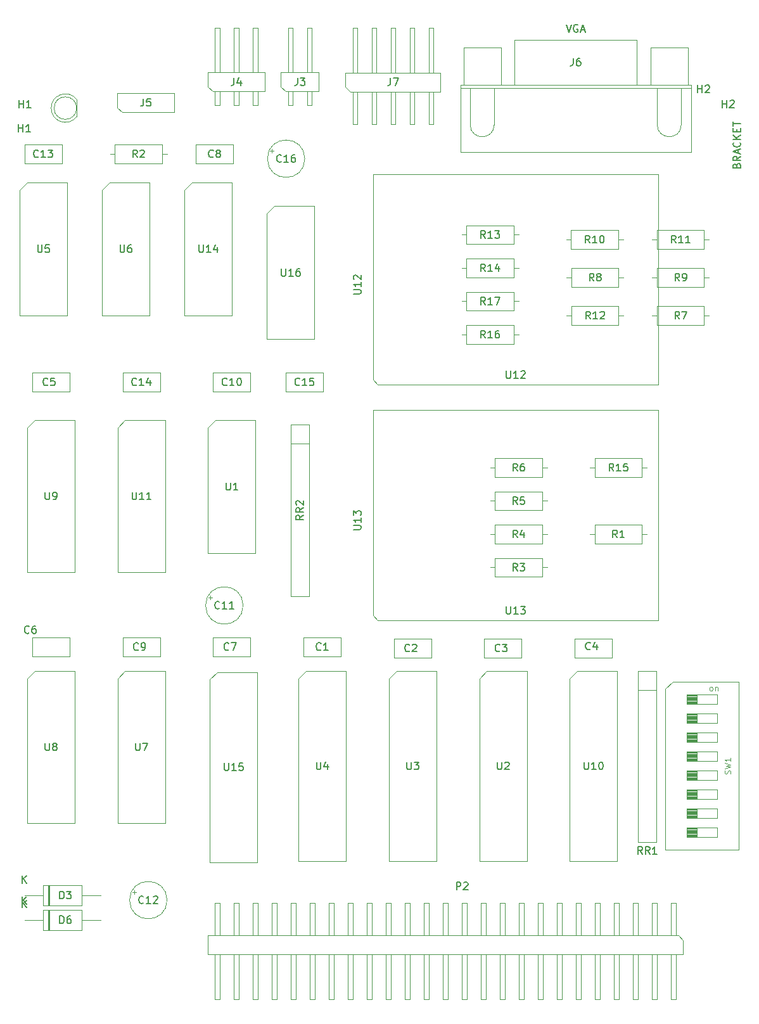
<source format=gbr>
%TF.GenerationSoftware,KiCad,Pcbnew,(6.0.11)*%
%TF.CreationDate,2023-06-24T19:35:43-05:00*%
%TF.ProjectId,Z80ESP,5a383045-5350-42e6-9b69-6361645f7063,V0.7*%
%TF.SameCoordinates,Original*%
%TF.FileFunction,AssemblyDrawing,Top*%
%FSLAX46Y46*%
G04 Gerber Fmt 4.6, Leading zero omitted, Abs format (unit mm)*
G04 Created by KiCad (PCBNEW (6.0.11)) date 2023-06-24 19:35:43*
%MOMM*%
%LPD*%
G01*
G04 APERTURE LIST*
%ADD10C,0.120000*%
%ADD11C,0.150000*%
%ADD12C,0.100000*%
G04 APERTURE END LIST*
D10*
%TO.C,SW1*%
X139945952Y-112364404D02*
X139869761Y-112326309D01*
X139831666Y-112288214D01*
X139793571Y-112212023D01*
X139793571Y-111983452D01*
X139831666Y-111907261D01*
X139869761Y-111869166D01*
X139945952Y-111831071D01*
X140060238Y-111831071D01*
X140136428Y-111869166D01*
X140174523Y-111907261D01*
X140212619Y-111983452D01*
X140212619Y-112212023D01*
X140174523Y-112288214D01*
X140136428Y-112326309D01*
X140060238Y-112364404D01*
X139945952Y-112364404D01*
X140555476Y-111831071D02*
X140555476Y-112364404D01*
X140555476Y-111907261D02*
X140593571Y-111869166D01*
X140669761Y-111831071D01*
X140784047Y-111831071D01*
X140860238Y-111869166D01*
X140898333Y-111945357D01*
X140898333Y-112364404D01*
X142593809Y-123456666D02*
X142631904Y-123342380D01*
X142631904Y-123151904D01*
X142593809Y-123075714D01*
X142555714Y-123037619D01*
X142479523Y-122999523D01*
X142403333Y-122999523D01*
X142327142Y-123037619D01*
X142289047Y-123075714D01*
X142250952Y-123151904D01*
X142212857Y-123304285D01*
X142174761Y-123380476D01*
X142136666Y-123418571D01*
X142060476Y-123456666D01*
X141984285Y-123456666D01*
X141908095Y-123418571D01*
X141870000Y-123380476D01*
X141831904Y-123304285D01*
X141831904Y-123113809D01*
X141870000Y-122999523D01*
X141831904Y-122732857D02*
X142631904Y-122542380D01*
X142060476Y-122390000D01*
X142631904Y-122237619D01*
X141831904Y-122047142D01*
X142631904Y-121323333D02*
X142631904Y-121780476D01*
X142631904Y-121551904D02*
X141831904Y-121551904D01*
X141946190Y-121628095D01*
X142022380Y-121704285D01*
X142060476Y-121780476D01*
D11*
%TO.C,C1*%
X87883333Y-106857142D02*
X87835714Y-106904761D01*
X87692857Y-106952380D01*
X87597619Y-106952380D01*
X87454761Y-106904761D01*
X87359523Y-106809523D01*
X87311904Y-106714285D01*
X87264285Y-106523809D01*
X87264285Y-106380952D01*
X87311904Y-106190476D01*
X87359523Y-106095238D01*
X87454761Y-106000000D01*
X87597619Y-105952380D01*
X87692857Y-105952380D01*
X87835714Y-106000000D01*
X87883333Y-106047619D01*
X88835714Y-106952380D02*
X88264285Y-106952380D01*
X88550000Y-106952380D02*
X88550000Y-105952380D01*
X88454761Y-106095238D01*
X88359523Y-106190476D01*
X88264285Y-106238095D01*
%TO.C,C2*%
X99716633Y-107037142D02*
X99669014Y-107084761D01*
X99526157Y-107132380D01*
X99430919Y-107132380D01*
X99288061Y-107084761D01*
X99192823Y-106989523D01*
X99145204Y-106894285D01*
X99097585Y-106703809D01*
X99097585Y-106560952D01*
X99145204Y-106370476D01*
X99192823Y-106275238D01*
X99288061Y-106180000D01*
X99430919Y-106132380D01*
X99526157Y-106132380D01*
X99669014Y-106180000D01*
X99716633Y-106227619D01*
X100097585Y-106227619D02*
X100145204Y-106180000D01*
X100240442Y-106132380D01*
X100478538Y-106132380D01*
X100573776Y-106180000D01*
X100621395Y-106227619D01*
X100669014Y-106322857D01*
X100669014Y-106418095D01*
X100621395Y-106560952D01*
X100049966Y-107132380D01*
X100669014Y-107132380D01*
%TO.C,C4*%
X123883333Y-106787142D02*
X123835714Y-106834761D01*
X123692857Y-106882380D01*
X123597619Y-106882380D01*
X123454761Y-106834761D01*
X123359523Y-106739523D01*
X123311904Y-106644285D01*
X123264285Y-106453809D01*
X123264285Y-106310952D01*
X123311904Y-106120476D01*
X123359523Y-106025238D01*
X123454761Y-105930000D01*
X123597619Y-105882380D01*
X123692857Y-105882380D01*
X123835714Y-105930000D01*
X123883333Y-105977619D01*
X124740476Y-106215714D02*
X124740476Y-106882380D01*
X124502380Y-105834761D02*
X124264285Y-106549047D01*
X124883333Y-106549047D01*
%TO.C,U2*%
X111464795Y-121882380D02*
X111464795Y-122691904D01*
X111512414Y-122787142D01*
X111560033Y-122834761D01*
X111655271Y-122882380D01*
X111845747Y-122882380D01*
X111940985Y-122834761D01*
X111988604Y-122787142D01*
X112036223Y-122691904D01*
X112036223Y-121882380D01*
X112464795Y-121977619D02*
X112512414Y-121930000D01*
X112607652Y-121882380D01*
X112845747Y-121882380D01*
X112940985Y-121930000D01*
X112988604Y-121977619D01*
X113036223Y-122072857D01*
X113036223Y-122168095D01*
X112988604Y-122310952D01*
X112417176Y-122882380D01*
X113036223Y-122882380D01*
%TO.C,U10*%
X123071904Y-121882380D02*
X123071904Y-122691904D01*
X123119523Y-122787142D01*
X123167142Y-122834761D01*
X123262380Y-122882380D01*
X123452857Y-122882380D01*
X123548095Y-122834761D01*
X123595714Y-122787142D01*
X123643333Y-122691904D01*
X123643333Y-121882380D01*
X124643333Y-122882380D02*
X124071904Y-122882380D01*
X124357619Y-122882380D02*
X124357619Y-121882380D01*
X124262380Y-122025238D01*
X124167142Y-122120476D01*
X124071904Y-122168095D01*
X125262380Y-121882380D02*
X125357619Y-121882380D01*
X125452857Y-121930000D01*
X125500476Y-121977619D01*
X125548095Y-122072857D01*
X125595714Y-122263333D01*
X125595714Y-122501428D01*
X125548095Y-122691904D01*
X125500476Y-122787142D01*
X125452857Y-122834761D01*
X125357619Y-122882380D01*
X125262380Y-122882380D01*
X125167142Y-122834761D01*
X125119523Y-122787142D01*
X125071904Y-122691904D01*
X125024285Y-122501428D01*
X125024285Y-122263333D01*
X125071904Y-122072857D01*
X125119523Y-121977619D01*
X125167142Y-121930000D01*
X125262380Y-121882380D01*
%TO.C,RR1*%
X130833333Y-134202380D02*
X130500000Y-133726190D01*
X130261904Y-134202380D02*
X130261904Y-133202380D01*
X130642857Y-133202380D01*
X130738095Y-133250000D01*
X130785714Y-133297619D01*
X130833333Y-133392857D01*
X130833333Y-133535714D01*
X130785714Y-133630952D01*
X130738095Y-133678571D01*
X130642857Y-133726190D01*
X130261904Y-133726190D01*
X131833333Y-134202380D02*
X131500000Y-133726190D01*
X131261904Y-134202380D02*
X131261904Y-133202380D01*
X131642857Y-133202380D01*
X131738095Y-133250000D01*
X131785714Y-133297619D01*
X131833333Y-133392857D01*
X131833333Y-133535714D01*
X131785714Y-133630952D01*
X131738095Y-133678571D01*
X131642857Y-133726190D01*
X131261904Y-133726190D01*
X132785714Y-134202380D02*
X132214285Y-134202380D01*
X132500000Y-134202380D02*
X132500000Y-133202380D01*
X132404761Y-133345238D01*
X132309523Y-133440476D01*
X132214285Y-133488095D01*
%TO.C,U6*%
X61054795Y-52787380D02*
X61054795Y-53596904D01*
X61102414Y-53692142D01*
X61150033Y-53739761D01*
X61245271Y-53787380D01*
X61435747Y-53787380D01*
X61530985Y-53739761D01*
X61578604Y-53692142D01*
X61626223Y-53596904D01*
X61626223Y-52787380D01*
X62530985Y-52787380D02*
X62340509Y-52787380D01*
X62245271Y-52835000D01*
X62197652Y-52882619D01*
X62102414Y-53025476D01*
X62054795Y-53215952D01*
X62054795Y-53596904D01*
X62102414Y-53692142D01*
X62150033Y-53739761D01*
X62245271Y-53787380D01*
X62435747Y-53787380D01*
X62530985Y-53739761D01*
X62578604Y-53692142D01*
X62626223Y-53596904D01*
X62626223Y-53358809D01*
X62578604Y-53263571D01*
X62530985Y-53215952D01*
X62435747Y-53168333D01*
X62245271Y-53168333D01*
X62150033Y-53215952D01*
X62102414Y-53263571D01*
X62054795Y-53358809D01*
%TO.C,C7*%
X75550033Y-106857142D02*
X75502414Y-106904761D01*
X75359557Y-106952380D01*
X75264319Y-106952380D01*
X75121461Y-106904761D01*
X75026223Y-106809523D01*
X74978604Y-106714285D01*
X74930985Y-106523809D01*
X74930985Y-106380952D01*
X74978604Y-106190476D01*
X75026223Y-106095238D01*
X75121461Y-106000000D01*
X75264319Y-105952380D01*
X75359557Y-105952380D01*
X75502414Y-106000000D01*
X75550033Y-106047619D01*
X75883366Y-105952380D02*
X76550033Y-105952380D01*
X76121461Y-106952380D01*
%TO.C,U3*%
X99381395Y-121882380D02*
X99381395Y-122691904D01*
X99429014Y-122787142D01*
X99476633Y-122834761D01*
X99571871Y-122882380D01*
X99762347Y-122882380D01*
X99857585Y-122834761D01*
X99905204Y-122787142D01*
X99952823Y-122691904D01*
X99952823Y-121882380D01*
X100333776Y-121882380D02*
X100952823Y-121882380D01*
X100619490Y-122263333D01*
X100762347Y-122263333D01*
X100857585Y-122310952D01*
X100905204Y-122358571D01*
X100952823Y-122453809D01*
X100952823Y-122691904D01*
X100905204Y-122787142D01*
X100857585Y-122834761D01*
X100762347Y-122882380D01*
X100476633Y-122882380D01*
X100381395Y-122834761D01*
X100333776Y-122787142D01*
%TO.C,C3*%
X111800033Y-107037142D02*
X111752414Y-107084761D01*
X111609557Y-107132380D01*
X111514319Y-107132380D01*
X111371461Y-107084761D01*
X111276223Y-106989523D01*
X111228604Y-106894285D01*
X111180985Y-106703809D01*
X111180985Y-106560952D01*
X111228604Y-106370476D01*
X111276223Y-106275238D01*
X111371461Y-106180000D01*
X111514319Y-106132380D01*
X111609557Y-106132380D01*
X111752414Y-106180000D01*
X111800033Y-106227619D01*
X112133366Y-106132380D02*
X112752414Y-106132380D01*
X112419080Y-106513333D01*
X112561938Y-106513333D01*
X112657176Y-106560952D01*
X112704795Y-106608571D01*
X112752414Y-106703809D01*
X112752414Y-106941904D01*
X112704795Y-107037142D01*
X112657176Y-107084761D01*
X112561938Y-107132380D01*
X112276223Y-107132380D01*
X112180985Y-107084761D01*
X112133366Y-107037142D01*
%TO.C,C5*%
X51383333Y-71477142D02*
X51335714Y-71524761D01*
X51192857Y-71572380D01*
X51097619Y-71572380D01*
X50954761Y-71524761D01*
X50859523Y-71429523D01*
X50811904Y-71334285D01*
X50764285Y-71143809D01*
X50764285Y-71000952D01*
X50811904Y-70810476D01*
X50859523Y-70715238D01*
X50954761Y-70620000D01*
X51097619Y-70572380D01*
X51192857Y-70572380D01*
X51335714Y-70620000D01*
X51383333Y-70667619D01*
X52288095Y-70572380D02*
X51811904Y-70572380D01*
X51764285Y-71048571D01*
X51811904Y-71000952D01*
X51907142Y-70953333D01*
X52145238Y-70953333D01*
X52240476Y-71000952D01*
X52288095Y-71048571D01*
X52335714Y-71143809D01*
X52335714Y-71381904D01*
X52288095Y-71477142D01*
X52240476Y-71524761D01*
X52145238Y-71572380D01*
X51907142Y-71572380D01*
X51811904Y-71524761D01*
X51764285Y-71477142D01*
%TO.C,U4*%
X87298095Y-121882380D02*
X87298095Y-122691904D01*
X87345714Y-122787142D01*
X87393333Y-122834761D01*
X87488571Y-122882380D01*
X87679047Y-122882380D01*
X87774285Y-122834761D01*
X87821904Y-122787142D01*
X87869523Y-122691904D01*
X87869523Y-121882380D01*
X88774285Y-122215714D02*
X88774285Y-122882380D01*
X88536190Y-121834761D02*
X88298095Y-122549047D01*
X88917142Y-122549047D01*
%TO.C,C6*%
X48883333Y-104607142D02*
X48835714Y-104654761D01*
X48692857Y-104702380D01*
X48597619Y-104702380D01*
X48454761Y-104654761D01*
X48359523Y-104559523D01*
X48311904Y-104464285D01*
X48264285Y-104273809D01*
X48264285Y-104130952D01*
X48311904Y-103940476D01*
X48359523Y-103845238D01*
X48454761Y-103750000D01*
X48597619Y-103702380D01*
X48692857Y-103702380D01*
X48835714Y-103750000D01*
X48883333Y-103797619D01*
X49740476Y-103702380D02*
X49550000Y-103702380D01*
X49454761Y-103750000D01*
X49407142Y-103797619D01*
X49311904Y-103940476D01*
X49264285Y-104130952D01*
X49264285Y-104511904D01*
X49311904Y-104607142D01*
X49359523Y-104654761D01*
X49454761Y-104702380D01*
X49645238Y-104702380D01*
X49740476Y-104654761D01*
X49788095Y-104607142D01*
X49835714Y-104511904D01*
X49835714Y-104273809D01*
X49788095Y-104178571D01*
X49740476Y-104130952D01*
X49645238Y-104083333D01*
X49454761Y-104083333D01*
X49359523Y-104130952D01*
X49311904Y-104178571D01*
X49264285Y-104273809D01*
%TO.C,C11*%
X74332042Y-101322142D02*
X74284423Y-101369761D01*
X74141566Y-101417380D01*
X74046328Y-101417380D01*
X73903471Y-101369761D01*
X73808233Y-101274523D01*
X73760614Y-101179285D01*
X73712995Y-100988809D01*
X73712995Y-100845952D01*
X73760614Y-100655476D01*
X73808233Y-100560238D01*
X73903471Y-100465000D01*
X74046328Y-100417380D01*
X74141566Y-100417380D01*
X74284423Y-100465000D01*
X74332042Y-100512619D01*
X75284423Y-101417380D02*
X74712995Y-101417380D01*
X74998709Y-101417380D02*
X74998709Y-100417380D01*
X74903471Y-100560238D01*
X74808233Y-100655476D01*
X74712995Y-100703095D01*
X76236804Y-101417380D02*
X75665376Y-101417380D01*
X75951090Y-101417380D02*
X75951090Y-100417380D01*
X75855852Y-100560238D01*
X75760614Y-100655476D01*
X75665376Y-100703095D01*
%TO.C,C8*%
X73493333Y-40997142D02*
X73445714Y-41044761D01*
X73302857Y-41092380D01*
X73207619Y-41092380D01*
X73064761Y-41044761D01*
X72969523Y-40949523D01*
X72921904Y-40854285D01*
X72874285Y-40663809D01*
X72874285Y-40520952D01*
X72921904Y-40330476D01*
X72969523Y-40235238D01*
X73064761Y-40140000D01*
X73207619Y-40092380D01*
X73302857Y-40092380D01*
X73445714Y-40140000D01*
X73493333Y-40187619D01*
X74064761Y-40520952D02*
X73969523Y-40473333D01*
X73921904Y-40425714D01*
X73874285Y-40330476D01*
X73874285Y-40282857D01*
X73921904Y-40187619D01*
X73969523Y-40140000D01*
X74064761Y-40092380D01*
X74255238Y-40092380D01*
X74350476Y-40140000D01*
X74398095Y-40187619D01*
X74445714Y-40282857D01*
X74445714Y-40330476D01*
X74398095Y-40425714D01*
X74350476Y-40473333D01*
X74255238Y-40520952D01*
X74064761Y-40520952D01*
X73969523Y-40568571D01*
X73921904Y-40616190D01*
X73874285Y-40711428D01*
X73874285Y-40901904D01*
X73921904Y-40997142D01*
X73969523Y-41044761D01*
X74064761Y-41092380D01*
X74255238Y-41092380D01*
X74350476Y-41044761D01*
X74398095Y-40997142D01*
X74445714Y-40901904D01*
X74445714Y-40711428D01*
X74398095Y-40616190D01*
X74350476Y-40568571D01*
X74255238Y-40520952D01*
%TO.C,C12*%
X64172042Y-140692142D02*
X64124423Y-140739761D01*
X63981566Y-140787380D01*
X63886328Y-140787380D01*
X63743471Y-140739761D01*
X63648233Y-140644523D01*
X63600614Y-140549285D01*
X63552995Y-140358809D01*
X63552995Y-140215952D01*
X63600614Y-140025476D01*
X63648233Y-139930238D01*
X63743471Y-139835000D01*
X63886328Y-139787380D01*
X63981566Y-139787380D01*
X64124423Y-139835000D01*
X64172042Y-139882619D01*
X65124423Y-140787380D02*
X64552995Y-140787380D01*
X64838709Y-140787380D02*
X64838709Y-139787380D01*
X64743471Y-139930238D01*
X64648233Y-140025476D01*
X64552995Y-140073095D01*
X65505376Y-139882619D02*
X65552995Y-139835000D01*
X65648233Y-139787380D01*
X65886328Y-139787380D01*
X65981566Y-139835000D01*
X66029185Y-139882619D01*
X66076804Y-139977857D01*
X66076804Y-140073095D01*
X66029185Y-140215952D01*
X65457757Y-140787380D01*
X66076804Y-140787380D01*
%TO.C,R2*%
X63333333Y-41092380D02*
X63000000Y-40616190D01*
X62761904Y-41092380D02*
X62761904Y-40092380D01*
X63142857Y-40092380D01*
X63238095Y-40140000D01*
X63285714Y-40187619D01*
X63333333Y-40282857D01*
X63333333Y-40425714D01*
X63285714Y-40520952D01*
X63238095Y-40568571D01*
X63142857Y-40616190D01*
X62761904Y-40616190D01*
X63714285Y-40187619D02*
X63761904Y-40140000D01*
X63857142Y-40092380D01*
X64095238Y-40092380D01*
X64190476Y-40140000D01*
X64238095Y-40187619D01*
X64285714Y-40282857D01*
X64285714Y-40378095D01*
X64238095Y-40520952D01*
X63666666Y-41092380D01*
X64285714Y-41092380D01*
%TO.C,H1*%
X47488095Y-37702380D02*
X47488095Y-36702380D01*
X47488095Y-37178571D02*
X48059523Y-37178571D01*
X48059523Y-37702380D02*
X48059523Y-36702380D01*
X49059523Y-37702380D02*
X48488095Y-37702380D01*
X48773809Y-37702380D02*
X48773809Y-36702380D01*
X48678571Y-36845238D01*
X48583333Y-36940476D01*
X48488095Y-36988095D01*
X47538095Y-34452380D02*
X47538095Y-33452380D01*
X47538095Y-33928571D02*
X48109523Y-33928571D01*
X48109523Y-34452380D02*
X48109523Y-33452380D01*
X49109523Y-34452380D02*
X48538095Y-34452380D01*
X48823809Y-34452380D02*
X48823809Y-33452380D01*
X48728571Y-33595238D01*
X48633333Y-33690476D01*
X48538095Y-33738095D01*
%TO.C,H2*%
X138238095Y-32452380D02*
X138238095Y-31452380D01*
X138238095Y-31928571D02*
X138809523Y-31928571D01*
X138809523Y-32452380D02*
X138809523Y-31452380D01*
X139238095Y-31547619D02*
X139285714Y-31500000D01*
X139380952Y-31452380D01*
X139619047Y-31452380D01*
X139714285Y-31500000D01*
X139761904Y-31547619D01*
X139809523Y-31642857D01*
X139809523Y-31738095D01*
X139761904Y-31880952D01*
X139190476Y-32452380D01*
X139809523Y-32452380D01*
X143428571Y-42190476D02*
X143476190Y-42047619D01*
X143523809Y-42000000D01*
X143619047Y-41952380D01*
X143761904Y-41952380D01*
X143857142Y-42000000D01*
X143904761Y-42047619D01*
X143952380Y-42142857D01*
X143952380Y-42523809D01*
X142952380Y-42523809D01*
X142952380Y-42190476D01*
X143000000Y-42095238D01*
X143047619Y-42047619D01*
X143142857Y-42000000D01*
X143238095Y-42000000D01*
X143333333Y-42047619D01*
X143380952Y-42095238D01*
X143428571Y-42190476D01*
X143428571Y-42523809D01*
X143952380Y-40952380D02*
X143476190Y-41285714D01*
X143952380Y-41523809D02*
X142952380Y-41523809D01*
X142952380Y-41142857D01*
X143000000Y-41047619D01*
X143047619Y-41000000D01*
X143142857Y-40952380D01*
X143285714Y-40952380D01*
X143380952Y-41000000D01*
X143428571Y-41047619D01*
X143476190Y-41142857D01*
X143476190Y-41523809D01*
X143666666Y-40571428D02*
X143666666Y-40095238D01*
X143952380Y-40666666D02*
X142952380Y-40333333D01*
X143952380Y-40000000D01*
X143857142Y-39095238D02*
X143904761Y-39142857D01*
X143952380Y-39285714D01*
X143952380Y-39380952D01*
X143904761Y-39523809D01*
X143809523Y-39619047D01*
X143714285Y-39666666D01*
X143523809Y-39714285D01*
X143380952Y-39714285D01*
X143190476Y-39666666D01*
X143095238Y-39619047D01*
X143000000Y-39523809D01*
X142952380Y-39380952D01*
X142952380Y-39285714D01*
X143000000Y-39142857D01*
X143047619Y-39095238D01*
X143952380Y-38666666D02*
X142952380Y-38666666D01*
X143952380Y-38095238D02*
X143380952Y-38523809D01*
X142952380Y-38095238D02*
X143523809Y-38666666D01*
X143428571Y-37666666D02*
X143428571Y-37333333D01*
X143952380Y-37190476D02*
X143952380Y-37666666D01*
X142952380Y-37666666D01*
X142952380Y-37190476D01*
X142952380Y-36904761D02*
X142952380Y-36333333D01*
X143952380Y-36619047D02*
X142952380Y-36619047D01*
X141538095Y-34452380D02*
X141538095Y-33452380D01*
X141538095Y-33928571D02*
X142109523Y-33928571D01*
X142109523Y-34452380D02*
X142109523Y-33452380D01*
X142538095Y-33547619D02*
X142585714Y-33500000D01*
X142680952Y-33452380D01*
X142919047Y-33452380D01*
X143014285Y-33500000D01*
X143061904Y-33547619D01*
X143109523Y-33642857D01*
X143109523Y-33738095D01*
X143061904Y-33880952D01*
X142490476Y-34452380D01*
X143109523Y-34452380D01*
%TO.C,P2*%
X106011904Y-138952380D02*
X106011904Y-137952380D01*
X106392857Y-137952380D01*
X106488095Y-138000000D01*
X106535714Y-138047619D01*
X106583333Y-138142857D01*
X106583333Y-138285714D01*
X106535714Y-138380952D01*
X106488095Y-138428571D01*
X106392857Y-138476190D01*
X106011904Y-138476190D01*
X106964285Y-138047619D02*
X107011904Y-138000000D01*
X107107142Y-137952380D01*
X107345238Y-137952380D01*
X107440476Y-138000000D01*
X107488095Y-138047619D01*
X107535714Y-138142857D01*
X107535714Y-138238095D01*
X107488095Y-138380952D01*
X106916666Y-138952380D01*
X107535714Y-138952380D01*
%TO.C,R10*%
X123817142Y-52522380D02*
X123483809Y-52046190D01*
X123245714Y-52522380D02*
X123245714Y-51522380D01*
X123626666Y-51522380D01*
X123721904Y-51570000D01*
X123769523Y-51617619D01*
X123817142Y-51712857D01*
X123817142Y-51855714D01*
X123769523Y-51950952D01*
X123721904Y-51998571D01*
X123626666Y-52046190D01*
X123245714Y-52046190D01*
X124769523Y-52522380D02*
X124198095Y-52522380D01*
X124483809Y-52522380D02*
X124483809Y-51522380D01*
X124388571Y-51665238D01*
X124293333Y-51760476D01*
X124198095Y-51808095D01*
X125388571Y-51522380D02*
X125483809Y-51522380D01*
X125579047Y-51570000D01*
X125626666Y-51617619D01*
X125674285Y-51712857D01*
X125721904Y-51903333D01*
X125721904Y-52141428D01*
X125674285Y-52331904D01*
X125626666Y-52427142D01*
X125579047Y-52474761D01*
X125483809Y-52522380D01*
X125388571Y-52522380D01*
X125293333Y-52474761D01*
X125245714Y-52427142D01*
X125198095Y-52331904D01*
X125150476Y-52141428D01*
X125150476Y-51903333D01*
X125198095Y-51712857D01*
X125245714Y-51617619D01*
X125293333Y-51570000D01*
X125388571Y-51522380D01*
%TO.C,U8*%
X51048095Y-119342380D02*
X51048095Y-120151904D01*
X51095714Y-120247142D01*
X51143333Y-120294761D01*
X51238571Y-120342380D01*
X51429047Y-120342380D01*
X51524285Y-120294761D01*
X51571904Y-120247142D01*
X51619523Y-120151904D01*
X51619523Y-119342380D01*
X52238571Y-119770952D02*
X52143333Y-119723333D01*
X52095714Y-119675714D01*
X52048095Y-119580476D01*
X52048095Y-119532857D01*
X52095714Y-119437619D01*
X52143333Y-119390000D01*
X52238571Y-119342380D01*
X52429047Y-119342380D01*
X52524285Y-119390000D01*
X52571904Y-119437619D01*
X52619523Y-119532857D01*
X52619523Y-119580476D01*
X52571904Y-119675714D01*
X52524285Y-119723333D01*
X52429047Y-119770952D01*
X52238571Y-119770952D01*
X52143333Y-119818571D01*
X52095714Y-119866190D01*
X52048095Y-119961428D01*
X52048095Y-120151904D01*
X52095714Y-120247142D01*
X52143333Y-120294761D01*
X52238571Y-120342380D01*
X52429047Y-120342380D01*
X52524285Y-120294761D01*
X52571904Y-120247142D01*
X52619523Y-120151904D01*
X52619523Y-119961428D01*
X52571904Y-119866190D01*
X52524285Y-119818571D01*
X52429047Y-119770952D01*
%TO.C,U12*%
X112654404Y-69622380D02*
X112654404Y-70431904D01*
X112702023Y-70527142D01*
X112749642Y-70574761D01*
X112844880Y-70622380D01*
X113035357Y-70622380D01*
X113130595Y-70574761D01*
X113178214Y-70527142D01*
X113225833Y-70431904D01*
X113225833Y-69622380D01*
X114225833Y-70622380D02*
X113654404Y-70622380D01*
X113940119Y-70622380D02*
X113940119Y-69622380D01*
X113844880Y-69765238D01*
X113749642Y-69860476D01*
X113654404Y-69908095D01*
X114606785Y-69717619D02*
X114654404Y-69670000D01*
X114749642Y-69622380D01*
X114987738Y-69622380D01*
X115082976Y-69670000D01*
X115130595Y-69717619D01*
X115178214Y-69812857D01*
X115178214Y-69908095D01*
X115130595Y-70050952D01*
X114559166Y-70622380D01*
X115178214Y-70622380D01*
X92234880Y-59348095D02*
X93044404Y-59348095D01*
X93139642Y-59300476D01*
X93187261Y-59252857D01*
X93234880Y-59157619D01*
X93234880Y-58967142D01*
X93187261Y-58871904D01*
X93139642Y-58824285D01*
X93044404Y-58776666D01*
X92234880Y-58776666D01*
X93234880Y-57776666D02*
X93234880Y-58348095D01*
X93234880Y-58062380D02*
X92234880Y-58062380D01*
X92377738Y-58157619D01*
X92472976Y-58252857D01*
X92520595Y-58348095D01*
X92330119Y-57395714D02*
X92282500Y-57348095D01*
X92234880Y-57252857D01*
X92234880Y-57014761D01*
X92282500Y-56919523D01*
X92330119Y-56871904D01*
X92425357Y-56824285D01*
X92520595Y-56824285D01*
X92663452Y-56871904D01*
X93234880Y-57443333D01*
X93234880Y-56824285D01*
%TO.C,U13*%
X112654404Y-101102380D02*
X112654404Y-101911904D01*
X112702023Y-102007142D01*
X112749642Y-102054761D01*
X112844880Y-102102380D01*
X113035357Y-102102380D01*
X113130595Y-102054761D01*
X113178214Y-102007142D01*
X113225833Y-101911904D01*
X113225833Y-101102380D01*
X114225833Y-102102380D02*
X113654404Y-102102380D01*
X113940119Y-102102380D02*
X113940119Y-101102380D01*
X113844880Y-101245238D01*
X113749642Y-101340476D01*
X113654404Y-101388095D01*
X114559166Y-101102380D02*
X115178214Y-101102380D01*
X114844880Y-101483333D01*
X114987738Y-101483333D01*
X115082976Y-101530952D01*
X115130595Y-101578571D01*
X115178214Y-101673809D01*
X115178214Y-101911904D01*
X115130595Y-102007142D01*
X115082976Y-102054761D01*
X114987738Y-102102380D01*
X114702023Y-102102380D01*
X114606785Y-102054761D01*
X114559166Y-102007142D01*
X92234880Y-90828095D02*
X93044404Y-90828095D01*
X93139642Y-90780476D01*
X93187261Y-90732857D01*
X93234880Y-90637619D01*
X93234880Y-90447142D01*
X93187261Y-90351904D01*
X93139642Y-90304285D01*
X93044404Y-90256666D01*
X92234880Y-90256666D01*
X93234880Y-89256666D02*
X93234880Y-89828095D01*
X93234880Y-89542380D02*
X92234880Y-89542380D01*
X92377738Y-89637619D01*
X92472976Y-89732857D01*
X92520595Y-89828095D01*
X92234880Y-88923333D02*
X92234880Y-88304285D01*
X92615833Y-88637619D01*
X92615833Y-88494761D01*
X92663452Y-88399523D01*
X92711071Y-88351904D01*
X92806309Y-88304285D01*
X93044404Y-88304285D01*
X93139642Y-88351904D01*
X93187261Y-88399523D01*
X93234880Y-88494761D01*
X93234880Y-88780476D01*
X93187261Y-88875714D01*
X93139642Y-88923333D01*
%TO.C,U7*%
X63131395Y-119342380D02*
X63131395Y-120151904D01*
X63179014Y-120247142D01*
X63226633Y-120294761D01*
X63321871Y-120342380D01*
X63512347Y-120342380D01*
X63607585Y-120294761D01*
X63655204Y-120247142D01*
X63702823Y-120151904D01*
X63702823Y-119342380D01*
X64083776Y-119342380D02*
X64750442Y-119342380D01*
X64321871Y-120342380D01*
%TO.C,C10*%
X75323842Y-71477142D02*
X75276223Y-71524761D01*
X75133366Y-71572380D01*
X75038128Y-71572380D01*
X74895271Y-71524761D01*
X74800033Y-71429523D01*
X74752414Y-71334285D01*
X74704795Y-71143809D01*
X74704795Y-71000952D01*
X74752414Y-70810476D01*
X74800033Y-70715238D01*
X74895271Y-70620000D01*
X75038128Y-70572380D01*
X75133366Y-70572380D01*
X75276223Y-70620000D01*
X75323842Y-70667619D01*
X76276223Y-71572380D02*
X75704795Y-71572380D01*
X75990509Y-71572380D02*
X75990509Y-70572380D01*
X75895271Y-70715238D01*
X75800033Y-70810476D01*
X75704795Y-70858095D01*
X76895271Y-70572380D02*
X76990509Y-70572380D01*
X77085747Y-70620000D01*
X77133366Y-70667619D01*
X77180985Y-70762857D01*
X77228604Y-70953333D01*
X77228604Y-71191428D01*
X77180985Y-71381904D01*
X77133366Y-71477142D01*
X77085747Y-71524761D01*
X76990509Y-71572380D01*
X76895271Y-71572380D01*
X76800033Y-71524761D01*
X76752414Y-71477142D01*
X76704795Y-71381904D01*
X76657176Y-71191428D01*
X76657176Y-70953333D01*
X76704795Y-70762857D01*
X76752414Y-70667619D01*
X76800033Y-70620000D01*
X76895271Y-70572380D01*
%TO.C,R7*%
X135782133Y-62682380D02*
X135448800Y-62206190D01*
X135210704Y-62682380D02*
X135210704Y-61682380D01*
X135591657Y-61682380D01*
X135686895Y-61730000D01*
X135734514Y-61777619D01*
X135782133Y-61872857D01*
X135782133Y-62015714D01*
X135734514Y-62110952D01*
X135686895Y-62158571D01*
X135591657Y-62206190D01*
X135210704Y-62206190D01*
X136115466Y-61682380D02*
X136782133Y-61682380D01*
X136353561Y-62682380D01*
%TO.C,C9*%
X63466633Y-106857142D02*
X63419014Y-106904761D01*
X63276157Y-106952380D01*
X63180919Y-106952380D01*
X63038061Y-106904761D01*
X62942823Y-106809523D01*
X62895204Y-106714285D01*
X62847585Y-106523809D01*
X62847585Y-106380952D01*
X62895204Y-106190476D01*
X62942823Y-106095238D01*
X63038061Y-106000000D01*
X63180919Y-105952380D01*
X63276157Y-105952380D01*
X63419014Y-106000000D01*
X63466633Y-106047619D01*
X63942823Y-106952380D02*
X64133300Y-106952380D01*
X64228538Y-106904761D01*
X64276157Y-106857142D01*
X64371395Y-106714285D01*
X64419014Y-106523809D01*
X64419014Y-106142857D01*
X64371395Y-106047619D01*
X64323776Y-106000000D01*
X64228538Y-105952380D01*
X64038061Y-105952380D01*
X63942823Y-106000000D01*
X63895204Y-106047619D01*
X63847585Y-106142857D01*
X63847585Y-106380952D01*
X63895204Y-106476190D01*
X63942823Y-106523809D01*
X64038061Y-106571428D01*
X64228538Y-106571428D01*
X64323776Y-106523809D01*
X64371395Y-106476190D01*
X64419014Y-106380952D01*
%TO.C,U5*%
X50048095Y-52787380D02*
X50048095Y-53596904D01*
X50095714Y-53692142D01*
X50143333Y-53739761D01*
X50238571Y-53787380D01*
X50429047Y-53787380D01*
X50524285Y-53739761D01*
X50571904Y-53692142D01*
X50619523Y-53596904D01*
X50619523Y-52787380D01*
X51571904Y-52787380D02*
X51095714Y-52787380D01*
X51048095Y-53263571D01*
X51095714Y-53215952D01*
X51190952Y-53168333D01*
X51429047Y-53168333D01*
X51524285Y-53215952D01*
X51571904Y-53263571D01*
X51619523Y-53358809D01*
X51619523Y-53596904D01*
X51571904Y-53692142D01*
X51524285Y-53739761D01*
X51429047Y-53787380D01*
X51190952Y-53787380D01*
X51095714Y-53739761D01*
X51048095Y-53692142D01*
%TO.C,R11*%
X135305942Y-52522380D02*
X134972609Y-52046190D01*
X134734514Y-52522380D02*
X134734514Y-51522380D01*
X135115466Y-51522380D01*
X135210704Y-51570000D01*
X135258323Y-51617619D01*
X135305942Y-51712857D01*
X135305942Y-51855714D01*
X135258323Y-51950952D01*
X135210704Y-51998571D01*
X135115466Y-52046190D01*
X134734514Y-52046190D01*
X136258323Y-52522380D02*
X135686895Y-52522380D01*
X135972609Y-52522380D02*
X135972609Y-51522380D01*
X135877371Y-51665238D01*
X135782133Y-51760476D01*
X135686895Y-51808095D01*
X137210704Y-52522380D02*
X136639276Y-52522380D01*
X136924990Y-52522380D02*
X136924990Y-51522380D01*
X136829752Y-51665238D01*
X136734514Y-51760476D01*
X136639276Y-51808095D01*
%TO.C,R12*%
X123875942Y-62682380D02*
X123542609Y-62206190D01*
X123304514Y-62682380D02*
X123304514Y-61682380D01*
X123685466Y-61682380D01*
X123780704Y-61730000D01*
X123828323Y-61777619D01*
X123875942Y-61872857D01*
X123875942Y-62015714D01*
X123828323Y-62110952D01*
X123780704Y-62158571D01*
X123685466Y-62206190D01*
X123304514Y-62206190D01*
X124828323Y-62682380D02*
X124256895Y-62682380D01*
X124542609Y-62682380D02*
X124542609Y-61682380D01*
X124447371Y-61825238D01*
X124352133Y-61920476D01*
X124256895Y-61968095D01*
X125209276Y-61777619D02*
X125256895Y-61730000D01*
X125352133Y-61682380D01*
X125590228Y-61682380D01*
X125685466Y-61730000D01*
X125733085Y-61777619D01*
X125780704Y-61872857D01*
X125780704Y-61968095D01*
X125733085Y-62110952D01*
X125161657Y-62682380D01*
X125780704Y-62682380D01*
%TO.C,R8*%
X124352133Y-57602380D02*
X124018800Y-57126190D01*
X123780704Y-57602380D02*
X123780704Y-56602380D01*
X124161657Y-56602380D01*
X124256895Y-56650000D01*
X124304514Y-56697619D01*
X124352133Y-56792857D01*
X124352133Y-56935714D01*
X124304514Y-57030952D01*
X124256895Y-57078571D01*
X124161657Y-57126190D01*
X123780704Y-57126190D01*
X124923561Y-57030952D02*
X124828323Y-56983333D01*
X124780704Y-56935714D01*
X124733085Y-56840476D01*
X124733085Y-56792857D01*
X124780704Y-56697619D01*
X124828323Y-56650000D01*
X124923561Y-56602380D01*
X125114038Y-56602380D01*
X125209276Y-56650000D01*
X125256895Y-56697619D01*
X125304514Y-56792857D01*
X125304514Y-56840476D01*
X125256895Y-56935714D01*
X125209276Y-56983333D01*
X125114038Y-57030952D01*
X124923561Y-57030952D01*
X124828323Y-57078571D01*
X124780704Y-57126190D01*
X124733085Y-57221428D01*
X124733085Y-57411904D01*
X124780704Y-57507142D01*
X124828323Y-57554761D01*
X124923561Y-57602380D01*
X125114038Y-57602380D01*
X125209276Y-57554761D01*
X125256895Y-57507142D01*
X125304514Y-57411904D01*
X125304514Y-57221428D01*
X125256895Y-57126190D01*
X125209276Y-57078571D01*
X125114038Y-57030952D01*
%TO.C,R9*%
X135782133Y-57602380D02*
X135448800Y-57126190D01*
X135210704Y-57602380D02*
X135210704Y-56602380D01*
X135591657Y-56602380D01*
X135686895Y-56650000D01*
X135734514Y-56697619D01*
X135782133Y-56792857D01*
X135782133Y-56935714D01*
X135734514Y-57030952D01*
X135686895Y-57078571D01*
X135591657Y-57126190D01*
X135210704Y-57126190D01*
X136258323Y-57602380D02*
X136448800Y-57602380D01*
X136544038Y-57554761D01*
X136591657Y-57507142D01*
X136686895Y-57364285D01*
X136734514Y-57173809D01*
X136734514Y-56792857D01*
X136686895Y-56697619D01*
X136639276Y-56650000D01*
X136544038Y-56602380D01*
X136353561Y-56602380D01*
X136258323Y-56650000D01*
X136210704Y-56697619D01*
X136163085Y-56792857D01*
X136163085Y-57030952D01*
X136210704Y-57126190D01*
X136258323Y-57173809D01*
X136353561Y-57221428D01*
X136544038Y-57221428D01*
X136639276Y-57173809D01*
X136686895Y-57126190D01*
X136734514Y-57030952D01*
%TO.C,RR2*%
X85542380Y-88916666D02*
X85066190Y-89250000D01*
X85542380Y-89488095D02*
X84542380Y-89488095D01*
X84542380Y-89107142D01*
X84590000Y-89011904D01*
X84637619Y-88964285D01*
X84732857Y-88916666D01*
X84875714Y-88916666D01*
X84970952Y-88964285D01*
X85018571Y-89011904D01*
X85066190Y-89107142D01*
X85066190Y-89488095D01*
X85542380Y-87916666D02*
X85066190Y-88250000D01*
X85542380Y-88488095D02*
X84542380Y-88488095D01*
X84542380Y-88107142D01*
X84590000Y-88011904D01*
X84637619Y-87964285D01*
X84732857Y-87916666D01*
X84875714Y-87916666D01*
X84970952Y-87964285D01*
X85018571Y-88011904D01*
X85066190Y-88107142D01*
X85066190Y-88488095D01*
X84637619Y-87535714D02*
X84590000Y-87488095D01*
X84542380Y-87392857D01*
X84542380Y-87154761D01*
X84590000Y-87059523D01*
X84637619Y-87011904D01*
X84732857Y-86964285D01*
X84828095Y-86964285D01*
X84970952Y-87011904D01*
X85542380Y-87583333D01*
X85542380Y-86964285D01*
%TO.C,J7*%
X97191666Y-30489480D02*
X97191666Y-31203766D01*
X97144047Y-31346623D01*
X97048809Y-31441861D01*
X96905952Y-31489480D01*
X96810714Y-31489480D01*
X97572619Y-30489480D02*
X98239285Y-30489480D01*
X97810714Y-31489480D01*
%TO.C,R15*%
X126992142Y-83002380D02*
X126658809Y-82526190D01*
X126420714Y-83002380D02*
X126420714Y-82002380D01*
X126801666Y-82002380D01*
X126896904Y-82050000D01*
X126944523Y-82097619D01*
X126992142Y-82192857D01*
X126992142Y-82335714D01*
X126944523Y-82430952D01*
X126896904Y-82478571D01*
X126801666Y-82526190D01*
X126420714Y-82526190D01*
X127944523Y-83002380D02*
X127373095Y-83002380D01*
X127658809Y-83002380D02*
X127658809Y-82002380D01*
X127563571Y-82145238D01*
X127468333Y-82240476D01*
X127373095Y-82288095D01*
X128849285Y-82002380D02*
X128373095Y-82002380D01*
X128325476Y-82478571D01*
X128373095Y-82430952D01*
X128468333Y-82383333D01*
X128706428Y-82383333D01*
X128801666Y-82430952D01*
X128849285Y-82478571D01*
X128896904Y-82573809D01*
X128896904Y-82811904D01*
X128849285Y-82907142D01*
X128801666Y-82954761D01*
X128706428Y-83002380D01*
X128468333Y-83002380D01*
X128373095Y-82954761D01*
X128325476Y-82907142D01*
%TO.C,C16*%
X82587042Y-41632142D02*
X82539423Y-41679761D01*
X82396566Y-41727380D01*
X82301328Y-41727380D01*
X82158471Y-41679761D01*
X82063233Y-41584523D01*
X82015614Y-41489285D01*
X81967995Y-41298809D01*
X81967995Y-41155952D01*
X82015614Y-40965476D01*
X82063233Y-40870238D01*
X82158471Y-40775000D01*
X82301328Y-40727380D01*
X82396566Y-40727380D01*
X82539423Y-40775000D01*
X82587042Y-40822619D01*
X83539423Y-41727380D02*
X82967995Y-41727380D01*
X83253709Y-41727380D02*
X83253709Y-40727380D01*
X83158471Y-40870238D01*
X83063233Y-40965476D01*
X82967995Y-41013095D01*
X84396566Y-40727380D02*
X84206090Y-40727380D01*
X84110852Y-40775000D01*
X84063233Y-40822619D01*
X83967995Y-40965476D01*
X83920376Y-41155952D01*
X83920376Y-41536904D01*
X83967995Y-41632142D01*
X84015614Y-41679761D01*
X84110852Y-41727380D01*
X84301328Y-41727380D01*
X84396566Y-41679761D01*
X84444185Y-41632142D01*
X84491804Y-41536904D01*
X84491804Y-41298809D01*
X84444185Y-41203571D01*
X84396566Y-41155952D01*
X84301328Y-41108333D01*
X84110852Y-41108333D01*
X84015614Y-41155952D01*
X83967995Y-41203571D01*
X83920376Y-41298809D01*
%TO.C,R17*%
X109847142Y-60777380D02*
X109513809Y-60301190D01*
X109275714Y-60777380D02*
X109275714Y-59777380D01*
X109656666Y-59777380D01*
X109751904Y-59825000D01*
X109799523Y-59872619D01*
X109847142Y-59967857D01*
X109847142Y-60110714D01*
X109799523Y-60205952D01*
X109751904Y-60253571D01*
X109656666Y-60301190D01*
X109275714Y-60301190D01*
X110799523Y-60777380D02*
X110228095Y-60777380D01*
X110513809Y-60777380D02*
X110513809Y-59777380D01*
X110418571Y-59920238D01*
X110323333Y-60015476D01*
X110228095Y-60063095D01*
X111132857Y-59777380D02*
X111799523Y-59777380D01*
X111370952Y-60777380D01*
%TO.C,R14*%
X109847142Y-56332380D02*
X109513809Y-55856190D01*
X109275714Y-56332380D02*
X109275714Y-55332380D01*
X109656666Y-55332380D01*
X109751904Y-55380000D01*
X109799523Y-55427619D01*
X109847142Y-55522857D01*
X109847142Y-55665714D01*
X109799523Y-55760952D01*
X109751904Y-55808571D01*
X109656666Y-55856190D01*
X109275714Y-55856190D01*
X110799523Y-56332380D02*
X110228095Y-56332380D01*
X110513809Y-56332380D02*
X110513809Y-55332380D01*
X110418571Y-55475238D01*
X110323333Y-55570476D01*
X110228095Y-55618095D01*
X111656666Y-55665714D02*
X111656666Y-56332380D01*
X111418571Y-55284761D02*
X111180476Y-55999047D01*
X111799523Y-55999047D01*
%TO.C,C13*%
X50117142Y-40997142D02*
X50069523Y-41044761D01*
X49926666Y-41092380D01*
X49831428Y-41092380D01*
X49688571Y-41044761D01*
X49593333Y-40949523D01*
X49545714Y-40854285D01*
X49498095Y-40663809D01*
X49498095Y-40520952D01*
X49545714Y-40330476D01*
X49593333Y-40235238D01*
X49688571Y-40140000D01*
X49831428Y-40092380D01*
X49926666Y-40092380D01*
X50069523Y-40140000D01*
X50117142Y-40187619D01*
X51069523Y-41092380D02*
X50498095Y-41092380D01*
X50783809Y-41092380D02*
X50783809Y-40092380D01*
X50688571Y-40235238D01*
X50593333Y-40330476D01*
X50498095Y-40378095D01*
X51402857Y-40092380D02*
X52021904Y-40092380D01*
X51688571Y-40473333D01*
X51831428Y-40473333D01*
X51926666Y-40520952D01*
X51974285Y-40568571D01*
X52021904Y-40663809D01*
X52021904Y-40901904D01*
X51974285Y-40997142D01*
X51926666Y-41044761D01*
X51831428Y-41092380D01*
X51545714Y-41092380D01*
X51450476Y-41044761D01*
X51402857Y-40997142D01*
%TO.C,R13*%
X109847142Y-51887380D02*
X109513809Y-51411190D01*
X109275714Y-51887380D02*
X109275714Y-50887380D01*
X109656666Y-50887380D01*
X109751904Y-50935000D01*
X109799523Y-50982619D01*
X109847142Y-51077857D01*
X109847142Y-51220714D01*
X109799523Y-51315952D01*
X109751904Y-51363571D01*
X109656666Y-51411190D01*
X109275714Y-51411190D01*
X110799523Y-51887380D02*
X110228095Y-51887380D01*
X110513809Y-51887380D02*
X110513809Y-50887380D01*
X110418571Y-51030238D01*
X110323333Y-51125476D01*
X110228095Y-51173095D01*
X111132857Y-50887380D02*
X111751904Y-50887380D01*
X111418571Y-51268333D01*
X111561428Y-51268333D01*
X111656666Y-51315952D01*
X111704285Y-51363571D01*
X111751904Y-51458809D01*
X111751904Y-51696904D01*
X111704285Y-51792142D01*
X111656666Y-51839761D01*
X111561428Y-51887380D01*
X111275714Y-51887380D01*
X111180476Y-51839761D01*
X111132857Y-51792142D01*
%TO.C,R6*%
X114133333Y-83002380D02*
X113800000Y-82526190D01*
X113561904Y-83002380D02*
X113561904Y-82002380D01*
X113942857Y-82002380D01*
X114038095Y-82050000D01*
X114085714Y-82097619D01*
X114133333Y-82192857D01*
X114133333Y-82335714D01*
X114085714Y-82430952D01*
X114038095Y-82478571D01*
X113942857Y-82526190D01*
X113561904Y-82526190D01*
X114990476Y-82002380D02*
X114800000Y-82002380D01*
X114704761Y-82050000D01*
X114657142Y-82097619D01*
X114561904Y-82240476D01*
X114514285Y-82430952D01*
X114514285Y-82811904D01*
X114561904Y-82907142D01*
X114609523Y-82954761D01*
X114704761Y-83002380D01*
X114895238Y-83002380D01*
X114990476Y-82954761D01*
X115038095Y-82907142D01*
X115085714Y-82811904D01*
X115085714Y-82573809D01*
X115038095Y-82478571D01*
X114990476Y-82430952D01*
X114895238Y-82383333D01*
X114704761Y-82383333D01*
X114609523Y-82430952D01*
X114561904Y-82478571D01*
X114514285Y-82573809D01*
%TO.C,U11*%
X62655204Y-85827380D02*
X62655204Y-86636904D01*
X62702823Y-86732142D01*
X62750442Y-86779761D01*
X62845680Y-86827380D01*
X63036157Y-86827380D01*
X63131395Y-86779761D01*
X63179014Y-86732142D01*
X63226633Y-86636904D01*
X63226633Y-85827380D01*
X64226633Y-86827380D02*
X63655204Y-86827380D01*
X63940919Y-86827380D02*
X63940919Y-85827380D01*
X63845680Y-85970238D01*
X63750442Y-86065476D01*
X63655204Y-86113095D01*
X65179014Y-86827380D02*
X64607585Y-86827380D01*
X64893300Y-86827380D02*
X64893300Y-85827380D01*
X64798061Y-85970238D01*
X64702823Y-86065476D01*
X64607585Y-86113095D01*
%TO.C,J3*%
X84751666Y-30479480D02*
X84751666Y-31193766D01*
X84704047Y-31336623D01*
X84608809Y-31431861D01*
X84465952Y-31479480D01*
X84370714Y-31479480D01*
X85132619Y-30479480D02*
X85751666Y-30479480D01*
X85418333Y-30860433D01*
X85561190Y-30860433D01*
X85656428Y-30908052D01*
X85704047Y-30955671D01*
X85751666Y-31050909D01*
X85751666Y-31289004D01*
X85704047Y-31384242D01*
X85656428Y-31431861D01*
X85561190Y-31479480D01*
X85275476Y-31479480D01*
X85180238Y-31431861D01*
X85132619Y-31384242D01*
%TO.C,U14*%
X71585204Y-52787380D02*
X71585204Y-53596904D01*
X71632823Y-53692142D01*
X71680442Y-53739761D01*
X71775680Y-53787380D01*
X71966157Y-53787380D01*
X72061395Y-53739761D01*
X72109014Y-53692142D01*
X72156633Y-53596904D01*
X72156633Y-52787380D01*
X73156633Y-53787380D02*
X72585204Y-53787380D01*
X72870919Y-53787380D02*
X72870919Y-52787380D01*
X72775680Y-52930238D01*
X72680442Y-53025476D01*
X72585204Y-53073095D01*
X74013776Y-53120714D02*
X74013776Y-53787380D01*
X73775680Y-52739761D02*
X73537585Y-53454047D01*
X74156633Y-53454047D01*
%TO.C,J6*%
X120673095Y-23349780D02*
X121006428Y-24349780D01*
X121339761Y-23349780D01*
X122196904Y-23397400D02*
X122101666Y-23349780D01*
X121958809Y-23349780D01*
X121815952Y-23397400D01*
X121720714Y-23492638D01*
X121673095Y-23587876D01*
X121625476Y-23778352D01*
X121625476Y-23921209D01*
X121673095Y-24111685D01*
X121720714Y-24206923D01*
X121815952Y-24302161D01*
X121958809Y-24349780D01*
X122054047Y-24349780D01*
X122196904Y-24302161D01*
X122244523Y-24254542D01*
X122244523Y-23921209D01*
X122054047Y-23921209D01*
X122625476Y-24064066D02*
X123101666Y-24064066D01*
X122530238Y-24349780D02*
X122863571Y-23349780D01*
X123196904Y-24349780D01*
X121601666Y-27849780D02*
X121601666Y-28564066D01*
X121554047Y-28706923D01*
X121458809Y-28802161D01*
X121315952Y-28849780D01*
X121220714Y-28849780D01*
X122506428Y-27849780D02*
X122315952Y-27849780D01*
X122220714Y-27897400D01*
X122173095Y-27945019D01*
X122077857Y-28087876D01*
X122030238Y-28278352D01*
X122030238Y-28659304D01*
X122077857Y-28754542D01*
X122125476Y-28802161D01*
X122220714Y-28849780D01*
X122411190Y-28849780D01*
X122506428Y-28802161D01*
X122554047Y-28754542D01*
X122601666Y-28659304D01*
X122601666Y-28421209D01*
X122554047Y-28325971D01*
X122506428Y-28278352D01*
X122411190Y-28230733D01*
X122220714Y-28230733D01*
X122125476Y-28278352D01*
X122077857Y-28325971D01*
X122030238Y-28421209D01*
%TO.C,R4*%
X114133333Y-91892380D02*
X113800000Y-91416190D01*
X113561904Y-91892380D02*
X113561904Y-90892380D01*
X113942857Y-90892380D01*
X114038095Y-90940000D01*
X114085714Y-90987619D01*
X114133333Y-91082857D01*
X114133333Y-91225714D01*
X114085714Y-91320952D01*
X114038095Y-91368571D01*
X113942857Y-91416190D01*
X113561904Y-91416190D01*
X114990476Y-91225714D02*
X114990476Y-91892380D01*
X114752380Y-90844761D02*
X114514285Y-91559047D01*
X115133333Y-91559047D01*
%TO.C,U15*%
X74971904Y-122012380D02*
X74971904Y-122821904D01*
X75019523Y-122917142D01*
X75067142Y-122964761D01*
X75162380Y-123012380D01*
X75352857Y-123012380D01*
X75448095Y-122964761D01*
X75495714Y-122917142D01*
X75543333Y-122821904D01*
X75543333Y-122012380D01*
X76543333Y-123012380D02*
X75971904Y-123012380D01*
X76257619Y-123012380D02*
X76257619Y-122012380D01*
X76162380Y-122155238D01*
X76067142Y-122250476D01*
X75971904Y-122298095D01*
X77448095Y-122012380D02*
X76971904Y-122012380D01*
X76924285Y-122488571D01*
X76971904Y-122440952D01*
X77067142Y-122393333D01*
X77305238Y-122393333D01*
X77400476Y-122440952D01*
X77448095Y-122488571D01*
X77495714Y-122583809D01*
X77495714Y-122821904D01*
X77448095Y-122917142D01*
X77400476Y-122964761D01*
X77305238Y-123012380D01*
X77067142Y-123012380D01*
X76971904Y-122964761D01*
X76924285Y-122917142D01*
%TO.C,C14*%
X63240442Y-71477142D02*
X63192823Y-71524761D01*
X63049966Y-71572380D01*
X62954728Y-71572380D01*
X62811871Y-71524761D01*
X62716633Y-71429523D01*
X62669014Y-71334285D01*
X62621395Y-71143809D01*
X62621395Y-71000952D01*
X62669014Y-70810476D01*
X62716633Y-70715238D01*
X62811871Y-70620000D01*
X62954728Y-70572380D01*
X63049966Y-70572380D01*
X63192823Y-70620000D01*
X63240442Y-70667619D01*
X64192823Y-71572380D02*
X63621395Y-71572380D01*
X63907109Y-71572380D02*
X63907109Y-70572380D01*
X63811871Y-70715238D01*
X63716633Y-70810476D01*
X63621395Y-70858095D01*
X65049966Y-70905714D02*
X65049966Y-71572380D01*
X64811871Y-70524761D02*
X64573776Y-71239047D01*
X65192823Y-71239047D01*
%TO.C,D6*%
X52991904Y-143452380D02*
X52991904Y-142452380D01*
X53230000Y-142452380D01*
X53372857Y-142500000D01*
X53468095Y-142595238D01*
X53515714Y-142690476D01*
X53563333Y-142880952D01*
X53563333Y-143023809D01*
X53515714Y-143214285D01*
X53468095Y-143309523D01*
X53372857Y-143404761D01*
X53230000Y-143452380D01*
X52991904Y-143452380D01*
X54420476Y-142452380D02*
X54230000Y-142452380D01*
X54134761Y-142500000D01*
X54087142Y-142547619D01*
X53991904Y-142690476D01*
X53944285Y-142880952D01*
X53944285Y-143261904D01*
X53991904Y-143357142D01*
X54039523Y-143404761D01*
X54134761Y-143452380D01*
X54325238Y-143452380D01*
X54420476Y-143404761D01*
X54468095Y-143357142D01*
X54515714Y-143261904D01*
X54515714Y-143023809D01*
X54468095Y-142928571D01*
X54420476Y-142880952D01*
X54325238Y-142833333D01*
X54134761Y-142833333D01*
X54039523Y-142880952D01*
X53991904Y-142928571D01*
X53944285Y-143023809D01*
X47998095Y-141352380D02*
X47998095Y-140352380D01*
X48569523Y-141352380D02*
X48140952Y-140780952D01*
X48569523Y-140352380D02*
X47998095Y-140923809D01*
X47998095Y-140912380D02*
X47998095Y-139912380D01*
X48569523Y-140912380D02*
X48140952Y-140340952D01*
X48569523Y-139912380D02*
X47998095Y-140483809D01*
%TO.C,U1*%
X75214795Y-84557380D02*
X75214795Y-85366904D01*
X75262414Y-85462142D01*
X75310033Y-85509761D01*
X75405271Y-85557380D01*
X75595747Y-85557380D01*
X75690985Y-85509761D01*
X75738604Y-85462142D01*
X75786223Y-85366904D01*
X75786223Y-84557380D01*
X76786223Y-85557380D02*
X76214795Y-85557380D01*
X76500509Y-85557380D02*
X76500509Y-84557380D01*
X76405271Y-84700238D01*
X76310033Y-84795476D01*
X76214795Y-84843095D01*
%TO.C,J5*%
X64166666Y-33249480D02*
X64166666Y-33963766D01*
X64119047Y-34106623D01*
X64023809Y-34201861D01*
X63880952Y-34249480D01*
X63785714Y-34249480D01*
X65119047Y-33249480D02*
X64642857Y-33249480D01*
X64595238Y-33725671D01*
X64642857Y-33678052D01*
X64738095Y-33630433D01*
X64976190Y-33630433D01*
X65071428Y-33678052D01*
X65119047Y-33725671D01*
X65166666Y-33820909D01*
X65166666Y-34059004D01*
X65119047Y-34154242D01*
X65071428Y-34201861D01*
X64976190Y-34249480D01*
X64738095Y-34249480D01*
X64642857Y-34201861D01*
X64595238Y-34154242D01*
%TO.C,C15*%
X85042142Y-71477142D02*
X84994523Y-71524761D01*
X84851666Y-71572380D01*
X84756428Y-71572380D01*
X84613571Y-71524761D01*
X84518333Y-71429523D01*
X84470714Y-71334285D01*
X84423095Y-71143809D01*
X84423095Y-71000952D01*
X84470714Y-70810476D01*
X84518333Y-70715238D01*
X84613571Y-70620000D01*
X84756428Y-70572380D01*
X84851666Y-70572380D01*
X84994523Y-70620000D01*
X85042142Y-70667619D01*
X85994523Y-71572380D02*
X85423095Y-71572380D01*
X85708809Y-71572380D02*
X85708809Y-70572380D01*
X85613571Y-70715238D01*
X85518333Y-70810476D01*
X85423095Y-70858095D01*
X86899285Y-70572380D02*
X86423095Y-70572380D01*
X86375476Y-71048571D01*
X86423095Y-71000952D01*
X86518333Y-70953333D01*
X86756428Y-70953333D01*
X86851666Y-71000952D01*
X86899285Y-71048571D01*
X86946904Y-71143809D01*
X86946904Y-71381904D01*
X86899285Y-71477142D01*
X86851666Y-71524761D01*
X86756428Y-71572380D01*
X86518333Y-71572380D01*
X86423095Y-71524761D01*
X86375476Y-71477142D01*
%TO.C,R16*%
X109847142Y-65222380D02*
X109513809Y-64746190D01*
X109275714Y-65222380D02*
X109275714Y-64222380D01*
X109656666Y-64222380D01*
X109751904Y-64270000D01*
X109799523Y-64317619D01*
X109847142Y-64412857D01*
X109847142Y-64555714D01*
X109799523Y-64650952D01*
X109751904Y-64698571D01*
X109656666Y-64746190D01*
X109275714Y-64746190D01*
X110799523Y-65222380D02*
X110228095Y-65222380D01*
X110513809Y-65222380D02*
X110513809Y-64222380D01*
X110418571Y-64365238D01*
X110323333Y-64460476D01*
X110228095Y-64508095D01*
X111656666Y-64222380D02*
X111466190Y-64222380D01*
X111370952Y-64270000D01*
X111323333Y-64317619D01*
X111228095Y-64460476D01*
X111180476Y-64650952D01*
X111180476Y-65031904D01*
X111228095Y-65127142D01*
X111275714Y-65174761D01*
X111370952Y-65222380D01*
X111561428Y-65222380D01*
X111656666Y-65174761D01*
X111704285Y-65127142D01*
X111751904Y-65031904D01*
X111751904Y-64793809D01*
X111704285Y-64698571D01*
X111656666Y-64650952D01*
X111561428Y-64603333D01*
X111370952Y-64603333D01*
X111275714Y-64650952D01*
X111228095Y-64698571D01*
X111180476Y-64793809D01*
%TO.C,R3*%
X114133333Y-96337380D02*
X113800000Y-95861190D01*
X113561904Y-96337380D02*
X113561904Y-95337380D01*
X113942857Y-95337380D01*
X114038095Y-95385000D01*
X114085714Y-95432619D01*
X114133333Y-95527857D01*
X114133333Y-95670714D01*
X114085714Y-95765952D01*
X114038095Y-95813571D01*
X113942857Y-95861190D01*
X113561904Y-95861190D01*
X114466666Y-95337380D02*
X115085714Y-95337380D01*
X114752380Y-95718333D01*
X114895238Y-95718333D01*
X114990476Y-95765952D01*
X115038095Y-95813571D01*
X115085714Y-95908809D01*
X115085714Y-96146904D01*
X115038095Y-96242142D01*
X114990476Y-96289761D01*
X114895238Y-96337380D01*
X114609523Y-96337380D01*
X114514285Y-96289761D01*
X114466666Y-96242142D01*
%TO.C,R1*%
X127468333Y-91892380D02*
X127135000Y-91416190D01*
X126896904Y-91892380D02*
X126896904Y-90892380D01*
X127277857Y-90892380D01*
X127373095Y-90940000D01*
X127420714Y-90987619D01*
X127468333Y-91082857D01*
X127468333Y-91225714D01*
X127420714Y-91320952D01*
X127373095Y-91368571D01*
X127277857Y-91416190D01*
X126896904Y-91416190D01*
X128420714Y-91892380D02*
X127849285Y-91892380D01*
X128135000Y-91892380D02*
X128135000Y-90892380D01*
X128039761Y-91035238D01*
X127944523Y-91130476D01*
X127849285Y-91178095D01*
%TO.C,J4*%
X76261666Y-30479480D02*
X76261666Y-31193766D01*
X76214047Y-31336623D01*
X76118809Y-31431861D01*
X75975952Y-31479480D01*
X75880714Y-31479480D01*
X77166428Y-30812814D02*
X77166428Y-31479480D01*
X76928333Y-30431861D02*
X76690238Y-31146147D01*
X77309285Y-31146147D01*
%TO.C,U16*%
X82591904Y-55962380D02*
X82591904Y-56771904D01*
X82639523Y-56867142D01*
X82687142Y-56914761D01*
X82782380Y-56962380D01*
X82972857Y-56962380D01*
X83068095Y-56914761D01*
X83115714Y-56867142D01*
X83163333Y-56771904D01*
X83163333Y-55962380D01*
X84163333Y-56962380D02*
X83591904Y-56962380D01*
X83877619Y-56962380D02*
X83877619Y-55962380D01*
X83782380Y-56105238D01*
X83687142Y-56200476D01*
X83591904Y-56248095D01*
X85020476Y-55962380D02*
X84830000Y-55962380D01*
X84734761Y-56010000D01*
X84687142Y-56057619D01*
X84591904Y-56200476D01*
X84544285Y-56390952D01*
X84544285Y-56771904D01*
X84591904Y-56867142D01*
X84639523Y-56914761D01*
X84734761Y-56962380D01*
X84925238Y-56962380D01*
X85020476Y-56914761D01*
X85068095Y-56867142D01*
X85115714Y-56771904D01*
X85115714Y-56533809D01*
X85068095Y-56438571D01*
X85020476Y-56390952D01*
X84925238Y-56343333D01*
X84734761Y-56343333D01*
X84639523Y-56390952D01*
X84591904Y-56438571D01*
X84544285Y-56533809D01*
%TO.C,U9*%
X51048095Y-85827380D02*
X51048095Y-86636904D01*
X51095714Y-86732142D01*
X51143333Y-86779761D01*
X51238571Y-86827380D01*
X51429047Y-86827380D01*
X51524285Y-86779761D01*
X51571904Y-86732142D01*
X51619523Y-86636904D01*
X51619523Y-85827380D01*
X52143333Y-86827380D02*
X52333809Y-86827380D01*
X52429047Y-86779761D01*
X52476666Y-86732142D01*
X52571904Y-86589285D01*
X52619523Y-86398809D01*
X52619523Y-86017857D01*
X52571904Y-85922619D01*
X52524285Y-85875000D01*
X52429047Y-85827380D01*
X52238571Y-85827380D01*
X52143333Y-85875000D01*
X52095714Y-85922619D01*
X52048095Y-86017857D01*
X52048095Y-86255952D01*
X52095714Y-86351190D01*
X52143333Y-86398809D01*
X52238571Y-86446428D01*
X52429047Y-86446428D01*
X52524285Y-86398809D01*
X52571904Y-86351190D01*
X52619523Y-86255952D01*
%TO.C,R5*%
X114133333Y-87447380D02*
X113800000Y-86971190D01*
X113561904Y-87447380D02*
X113561904Y-86447380D01*
X113942857Y-86447380D01*
X114038095Y-86495000D01*
X114085714Y-86542619D01*
X114133333Y-86637857D01*
X114133333Y-86780714D01*
X114085714Y-86875952D01*
X114038095Y-86923571D01*
X113942857Y-86971190D01*
X113561904Y-86971190D01*
X115038095Y-86447380D02*
X114561904Y-86447380D01*
X114514285Y-86923571D01*
X114561904Y-86875952D01*
X114657142Y-86828333D01*
X114895238Y-86828333D01*
X114990476Y-86875952D01*
X115038095Y-86923571D01*
X115085714Y-87018809D01*
X115085714Y-87256904D01*
X115038095Y-87352142D01*
X114990476Y-87399761D01*
X114895238Y-87447380D01*
X114657142Y-87447380D01*
X114561904Y-87399761D01*
X114514285Y-87352142D01*
%TO.C,D3*%
X47998095Y-138052380D02*
X47998095Y-137052380D01*
X48569523Y-138052380D02*
X48140952Y-137480952D01*
X48569523Y-137052380D02*
X47998095Y-137623809D01*
X47998095Y-138052380D02*
X47998095Y-137052380D01*
X48569523Y-138052380D02*
X48140952Y-137480952D01*
X48569523Y-137052380D02*
X47998095Y-137623809D01*
X52991904Y-140152380D02*
X52991904Y-139152380D01*
X53230000Y-139152380D01*
X53372857Y-139200000D01*
X53468095Y-139295238D01*
X53515714Y-139390476D01*
X53563333Y-139580952D01*
X53563333Y-139723809D01*
X53515714Y-139914285D01*
X53468095Y-140009523D01*
X53372857Y-140104761D01*
X53230000Y-140152380D01*
X52991904Y-140152380D01*
X53896666Y-139152380D02*
X54515714Y-139152380D01*
X54182380Y-139533333D01*
X54325238Y-139533333D01*
X54420476Y-139580952D01*
X54468095Y-139628571D01*
X54515714Y-139723809D01*
X54515714Y-139961904D01*
X54468095Y-140057142D01*
X54420476Y-140104761D01*
X54325238Y-140152380D01*
X54039523Y-140152380D01*
X53944285Y-140104761D01*
X53896666Y-140057142D01*
D12*
%TO.C,SW1*%
X136780000Y-123225000D02*
X138133333Y-123225000D01*
X136780000Y-113565000D02*
X138133333Y-113565000D01*
X136780000Y-121085000D02*
X138133333Y-121085000D01*
X136780000Y-112965000D02*
X138133333Y-112965000D01*
X136780000Y-118145000D02*
X138133333Y-118145000D01*
X133920000Y-133640000D02*
X133920000Y-112140000D01*
X136780000Y-118845000D02*
X138133333Y-118845000D01*
X136780000Y-128705000D02*
X138133333Y-128705000D01*
X136780000Y-115805000D02*
X138133333Y-115805000D01*
X134920000Y-111140000D02*
X143700000Y-111140000D01*
X136780000Y-118645000D02*
X138133333Y-118645000D01*
X140840000Y-128105000D02*
X136780000Y-128105000D01*
X136780000Y-115705000D02*
X138133333Y-115705000D01*
X136780000Y-120785000D02*
X138133333Y-120785000D01*
X136780000Y-125665000D02*
X138133333Y-125665000D01*
X136780000Y-131045000D02*
X138133333Y-131045000D01*
X140840000Y-116675000D02*
X140840000Y-115405000D01*
X138133333Y-115405000D02*
X138133333Y-116675000D01*
X140840000Y-126835000D02*
X140840000Y-125565000D01*
X136780000Y-126665000D02*
X138133333Y-126665000D01*
X136780000Y-131915000D02*
X140840000Y-131915000D01*
X140840000Y-125565000D02*
X136780000Y-125565000D01*
X136780000Y-121755000D02*
X140840000Y-121755000D01*
X136780000Y-130845000D02*
X138133333Y-130845000D01*
X136780000Y-129205000D02*
X138133333Y-129205000D01*
X136780000Y-128205000D02*
X138133333Y-128205000D01*
X136780000Y-130745000D02*
X138133333Y-130745000D01*
X136780000Y-115905000D02*
X138133333Y-115905000D01*
X136780000Y-115505000D02*
X138133333Y-115505000D01*
X138133333Y-125565000D02*
X138133333Y-126835000D01*
X136780000Y-128605000D02*
X138133333Y-128605000D01*
X136780000Y-117945000D02*
X136780000Y-119215000D01*
X136780000Y-120885000D02*
X138133333Y-120885000D01*
X136780000Y-131645000D02*
X138133333Y-131645000D01*
X136780000Y-126765000D02*
X138133333Y-126765000D01*
X136780000Y-113465000D02*
X138133333Y-113465000D01*
X136780000Y-131345000D02*
X138133333Y-131345000D01*
X136780000Y-124025000D02*
X138133333Y-124025000D01*
X136780000Y-125565000D02*
X136780000Y-126835000D01*
X136780000Y-116605000D02*
X138133333Y-116605000D01*
X143700000Y-133640000D02*
X133920000Y-133640000D01*
X136780000Y-126065000D02*
X138133333Y-126065000D01*
X136780000Y-119145000D02*
X138133333Y-119145000D01*
X136780000Y-128805000D02*
X138133333Y-128805000D01*
X138133333Y-120485000D02*
X138133333Y-121755000D01*
X136780000Y-126165000D02*
X138133333Y-126165000D01*
X136780000Y-130945000D02*
X138133333Y-130945000D01*
X136780000Y-114135000D02*
X140840000Y-114135000D01*
X136780000Y-125865000D02*
X138133333Y-125865000D01*
X136780000Y-123725000D02*
X138133333Y-123725000D01*
X136780000Y-121385000D02*
X138133333Y-121385000D01*
X136780000Y-126265000D02*
X138133333Y-126265000D01*
X136780000Y-116305000D02*
X138133333Y-116305000D01*
X136780000Y-123125000D02*
X138133333Y-123125000D01*
X136780000Y-123325000D02*
X138133333Y-123325000D01*
X136780000Y-131245000D02*
X138133333Y-131245000D01*
X136780000Y-123625000D02*
X138133333Y-123625000D01*
X136780000Y-118045000D02*
X138133333Y-118045000D01*
X140840000Y-119215000D02*
X140840000Y-117945000D01*
X133920000Y-112140000D02*
X134920000Y-111140000D01*
X136780000Y-113265000D02*
X138133333Y-113265000D01*
X136780000Y-129375000D02*
X140840000Y-129375000D01*
X140840000Y-130645000D02*
X136780000Y-130645000D01*
X138133333Y-112865000D02*
X138133333Y-114135000D01*
X136780000Y-125965000D02*
X138133333Y-125965000D01*
X136780000Y-114065000D02*
X138133333Y-114065000D01*
X136780000Y-131845000D02*
X138133333Y-131845000D01*
X136780000Y-115605000D02*
X138133333Y-115605000D01*
X136780000Y-116505000D02*
X138133333Y-116505000D01*
X136780000Y-116105000D02*
X138133333Y-116105000D01*
X138133333Y-130645000D02*
X138133333Y-131915000D01*
X136780000Y-128505000D02*
X138133333Y-128505000D01*
X136780000Y-125765000D02*
X138133333Y-125765000D01*
X136780000Y-128105000D02*
X136780000Y-129375000D01*
X138133333Y-117945000D02*
X138133333Y-119215000D01*
X136780000Y-112865000D02*
X136780000Y-114135000D01*
X136780000Y-131145000D02*
X138133333Y-131145000D01*
X136780000Y-113765000D02*
X138133333Y-113765000D01*
X140840000Y-123025000D02*
X136780000Y-123025000D01*
X138133333Y-123025000D02*
X138133333Y-124295000D01*
X136780000Y-126465000D02*
X138133333Y-126465000D01*
X136780000Y-116005000D02*
X138133333Y-116005000D01*
X143700000Y-111140000D02*
X143700000Y-133640000D01*
X136780000Y-128905000D02*
X138133333Y-128905000D01*
X136780000Y-118245000D02*
X138133333Y-118245000D01*
X136780000Y-124125000D02*
X138133333Y-124125000D01*
X136780000Y-115405000D02*
X136780000Y-116675000D01*
X136780000Y-120585000D02*
X138133333Y-120585000D01*
X136780000Y-118745000D02*
X138133333Y-118745000D01*
X136780000Y-113965000D02*
X138133333Y-113965000D01*
X140840000Y-120485000D02*
X136780000Y-120485000D01*
X136780000Y-119045000D02*
X138133333Y-119045000D01*
X136780000Y-116675000D02*
X140840000Y-116675000D01*
X138133333Y-128105000D02*
X138133333Y-129375000D01*
X136780000Y-121285000D02*
X138133333Y-121285000D01*
X136780000Y-118945000D02*
X138133333Y-118945000D01*
X136780000Y-121185000D02*
X138133333Y-121185000D01*
X136780000Y-126835000D02*
X140840000Y-126835000D01*
X136780000Y-123925000D02*
X138133333Y-123925000D01*
X136780000Y-123825000D02*
X138133333Y-123825000D01*
X140840000Y-129375000D02*
X140840000Y-128105000D01*
X140840000Y-121755000D02*
X140840000Y-120485000D01*
X140840000Y-114135000D02*
X140840000Y-112865000D01*
X136780000Y-120985000D02*
X138133333Y-120985000D01*
X136780000Y-123425000D02*
X138133333Y-123425000D01*
X136780000Y-126365000D02*
X138133333Y-126365000D01*
X136780000Y-116405000D02*
X138133333Y-116405000D01*
X136780000Y-130645000D02*
X136780000Y-131915000D01*
X136780000Y-128405000D02*
X138133333Y-128405000D01*
X136780000Y-128305000D02*
X138133333Y-128305000D01*
X136780000Y-113065000D02*
X138133333Y-113065000D01*
X140840000Y-112865000D02*
X136780000Y-112865000D01*
X136780000Y-120485000D02*
X136780000Y-121755000D01*
X136780000Y-129105000D02*
X138133333Y-129105000D01*
X136780000Y-129005000D02*
X138133333Y-129005000D01*
X136780000Y-131745000D02*
X138133333Y-131745000D01*
X136780000Y-129305000D02*
X138133333Y-129305000D01*
X136780000Y-118545000D02*
X138133333Y-118545000D01*
X136780000Y-124225000D02*
X138133333Y-124225000D01*
X136780000Y-123525000D02*
X138133333Y-123525000D01*
X136780000Y-118445000D02*
X138133333Y-118445000D01*
X136780000Y-123025000D02*
X136780000Y-124295000D01*
X136780000Y-120685000D02*
X138133333Y-120685000D01*
X140840000Y-124295000D02*
X140840000Y-123025000D01*
X136780000Y-119215000D02*
X140840000Y-119215000D01*
X136780000Y-131445000D02*
X138133333Y-131445000D01*
X136780000Y-121485000D02*
X138133333Y-121485000D01*
X136780000Y-118345000D02*
X138133333Y-118345000D01*
X136780000Y-121685000D02*
X138133333Y-121685000D01*
X136780000Y-116205000D02*
X138133333Y-116205000D01*
X136780000Y-113865000D02*
X138133333Y-113865000D01*
X136780000Y-121585000D02*
X138133333Y-121585000D01*
X140840000Y-117945000D02*
X136780000Y-117945000D01*
X136780000Y-113165000D02*
X138133333Y-113165000D01*
X140840000Y-115405000D02*
X136780000Y-115405000D01*
X136780000Y-124295000D02*
X140840000Y-124295000D01*
X136780000Y-113365000D02*
X138133333Y-113365000D01*
X136780000Y-131545000D02*
X138133333Y-131545000D01*
X136780000Y-126565000D02*
X138133333Y-126565000D01*
X136780000Y-113665000D02*
X138133333Y-113665000D01*
X140840000Y-131915000D02*
X140840000Y-130645000D01*
%TO.C,C1*%
X90550000Y-107750000D02*
X90550000Y-105250000D01*
X90550000Y-105250000D02*
X85550000Y-105250000D01*
X85550000Y-107750000D02*
X90550000Y-107750000D01*
X85550000Y-105250000D02*
X85550000Y-107750000D01*
%TO.C,C2*%
X102633300Y-105430000D02*
X97633300Y-105430000D01*
X97633300Y-105430000D02*
X97633300Y-107930000D01*
X97633300Y-107930000D02*
X102633300Y-107930000D01*
X102633300Y-107930000D02*
X102633300Y-105430000D01*
%TO.C,C4*%
X126800000Y-107930000D02*
X126800000Y-105430000D01*
X121800000Y-107930000D02*
X126800000Y-107930000D01*
X126800000Y-105430000D02*
X121800000Y-105430000D01*
X121800000Y-105430000D02*
X121800000Y-107930000D01*
%TO.C,U2*%
X115401700Y-109730000D02*
X115401700Y-135130000D01*
X110051700Y-109730000D02*
X115401700Y-109730000D01*
X109051700Y-135130000D02*
X109051700Y-110730000D01*
X109051700Y-110730000D02*
X110051700Y-109730000D01*
X115401700Y-135130000D02*
X109051700Y-135130000D01*
%TO.C,U10*%
X122135000Y-109730000D02*
X127485000Y-109730000D01*
X127485000Y-109730000D02*
X127485000Y-135130000D01*
X121135000Y-135130000D02*
X121135000Y-110730000D01*
X121135000Y-110730000D02*
X122135000Y-109730000D01*
X127485000Y-135130000D02*
X121135000Y-135130000D01*
%TO.C,RR1*%
X130250000Y-109710000D02*
X130250000Y-132610000D01*
X130250000Y-132610000D02*
X132750000Y-132610000D01*
X132750000Y-109710000D02*
X130250000Y-109710000D01*
X132750000Y-112270000D02*
X130250000Y-112270000D01*
X132750000Y-132610000D02*
X132750000Y-109710000D01*
%TO.C,U6*%
X59641700Y-44445000D02*
X64991700Y-44445000D01*
X58641700Y-62225000D02*
X58641700Y-45445000D01*
X64991700Y-62225000D02*
X58641700Y-62225000D01*
X58641700Y-45445000D02*
X59641700Y-44445000D01*
X64991700Y-44445000D02*
X64991700Y-62225000D01*
%TO.C,C7*%
X73466700Y-107750000D02*
X78466700Y-107750000D01*
X78466700Y-107750000D02*
X78466700Y-105250000D01*
X73466700Y-105250000D02*
X73466700Y-107750000D01*
X78466700Y-105250000D02*
X73466700Y-105250000D01*
%TO.C,U3*%
X103318300Y-135130000D02*
X96968300Y-135130000D01*
X97968300Y-109730000D02*
X103318300Y-109730000D01*
X103318300Y-109730000D02*
X103318300Y-135130000D01*
X96968300Y-135130000D02*
X96968300Y-110730000D01*
X96968300Y-110730000D02*
X97968300Y-109730000D01*
%TO.C,C3*%
X109716700Y-105430000D02*
X109716700Y-107930000D01*
X114716700Y-107930000D02*
X114716700Y-105430000D01*
X109716700Y-107930000D02*
X114716700Y-107930000D01*
X114716700Y-105430000D02*
X109716700Y-105430000D01*
%TO.C,C5*%
X54300000Y-69870000D02*
X49300000Y-69870000D01*
X54300000Y-72370000D02*
X54300000Y-69870000D01*
X49300000Y-72370000D02*
X54300000Y-72370000D01*
X49300000Y-69870000D02*
X49300000Y-72370000D01*
%TO.C,U4*%
X85885000Y-109730000D02*
X91235000Y-109730000D01*
X91235000Y-109730000D02*
X91235000Y-135130000D01*
X91235000Y-135130000D02*
X84885000Y-135130000D01*
X84885000Y-110730000D02*
X85885000Y-109730000D01*
X84885000Y-135130000D02*
X84885000Y-110730000D01*
%TO.C,C6*%
X54300000Y-105250000D02*
X49300000Y-105250000D01*
X49300000Y-107750000D02*
X54300000Y-107750000D01*
X49300000Y-105250000D02*
X49300000Y-107750000D01*
X54300000Y-107750000D02*
X54300000Y-105250000D01*
%TO.C,C11*%
X72841295Y-99877500D02*
X73341295Y-99877500D01*
X73091295Y-99627500D02*
X73091295Y-100127500D01*
X77474900Y-100965000D02*
G75*
G03*
X77474900Y-100965000I-2500000J0D01*
G01*
%TO.C,C8*%
X71160000Y-39390000D02*
X71160000Y-41890000D01*
X76160000Y-41890000D02*
X76160000Y-39390000D01*
X76160000Y-39390000D02*
X71160000Y-39390000D01*
X71160000Y-41890000D02*
X76160000Y-41890000D01*
%TO.C,C12*%
X62931295Y-138997500D02*
X62931295Y-139497500D01*
X62681295Y-139247500D02*
X63181295Y-139247500D01*
X67314900Y-140335000D02*
G75*
G03*
X67314900Y-140335000I-2500000J0D01*
G01*
%TO.C,R2*%
X59690000Y-40640000D02*
X60350000Y-40640000D01*
X60350000Y-39390000D02*
X60350000Y-41890000D01*
X60350000Y-41890000D02*
X66650000Y-41890000D01*
X66650000Y-41890000D02*
X66650000Y-39390000D01*
X66650000Y-39390000D02*
X60350000Y-39390000D01*
X67310000Y-40640000D02*
X66650000Y-40640000D01*
%TO.C,P2*%
X115000000Y-147580000D02*
X115000000Y-153580000D01*
X81340000Y-147580000D02*
X81340000Y-153580000D01*
X119440000Y-140680000D02*
X119440000Y-145040000D01*
X106740000Y-140680000D02*
X106740000Y-145040000D01*
X99120000Y-140680000D02*
X99120000Y-145040000D01*
X99760000Y-140680000D02*
X99120000Y-140680000D01*
X129600000Y-140680000D02*
X129600000Y-145040000D01*
X74360000Y-147580000D02*
X74360000Y-153580000D01*
X135320000Y-140680000D02*
X134680000Y-140680000D01*
X136270000Y-147580000D02*
X72770000Y-147580000D01*
X94040000Y-147580000D02*
X94040000Y-153580000D01*
X74360000Y-140680000D02*
X73720000Y-140680000D01*
X122620000Y-147580000D02*
X122620000Y-153580000D01*
X135320000Y-140680000D02*
X135320000Y-145040000D01*
X99120000Y-147580000D02*
X99120000Y-153580000D01*
X76900000Y-140680000D02*
X76900000Y-145040000D01*
X120080000Y-153580000D02*
X119440000Y-153580000D01*
X97220000Y-140680000D02*
X96580000Y-140680000D01*
X135635000Y-145040000D02*
X136270000Y-145675000D01*
X125160000Y-140680000D02*
X125160000Y-145040000D01*
X122620000Y-153580000D02*
X121980000Y-153580000D01*
X104840000Y-140680000D02*
X104840000Y-145040000D01*
X94680000Y-153580000D02*
X94040000Y-153580000D01*
X127060000Y-140680000D02*
X127060000Y-145040000D01*
X106740000Y-147580000D02*
X106740000Y-153580000D01*
X73720000Y-147580000D02*
X73720000Y-153580000D01*
X104840000Y-153580000D02*
X104200000Y-153580000D01*
X92140000Y-140680000D02*
X91500000Y-140680000D01*
X135320000Y-147580000D02*
X135320000Y-153580000D01*
X96580000Y-140680000D02*
X96580000Y-145040000D01*
X72770000Y-147580000D02*
X72770000Y-145040000D01*
X102300000Y-140680000D02*
X101660000Y-140680000D01*
X89600000Y-147580000D02*
X89600000Y-153580000D01*
X84520000Y-140680000D02*
X84520000Y-145040000D01*
X83880000Y-140680000D02*
X83880000Y-145040000D01*
X84520000Y-147580000D02*
X84520000Y-153580000D01*
X87060000Y-147580000D02*
X87060000Y-153580000D01*
X127060000Y-147580000D02*
X127060000Y-153580000D01*
X135320000Y-153580000D02*
X134680000Y-153580000D01*
X116900000Y-147580000D02*
X116900000Y-153580000D01*
X102300000Y-153580000D02*
X101660000Y-153580000D01*
X79440000Y-140680000D02*
X79440000Y-145040000D01*
X94680000Y-140680000D02*
X94680000Y-145040000D01*
X78800000Y-140680000D02*
X78800000Y-145040000D01*
X89600000Y-140680000D02*
X89600000Y-145040000D01*
X120080000Y-140680000D02*
X120080000Y-145040000D01*
X122620000Y-140680000D02*
X122620000Y-145040000D01*
X129600000Y-147580000D02*
X129600000Y-153580000D01*
X102300000Y-147580000D02*
X102300000Y-153580000D01*
X104840000Y-147580000D02*
X104840000Y-153580000D01*
X88960000Y-147580000D02*
X88960000Y-153580000D01*
X119440000Y-147580000D02*
X119440000Y-153580000D01*
X99760000Y-140680000D02*
X99760000Y-145040000D01*
X125160000Y-153580000D02*
X124520000Y-153580000D01*
X86420000Y-147580000D02*
X86420000Y-153580000D01*
X127700000Y-140680000D02*
X127060000Y-140680000D01*
X121980000Y-140680000D02*
X121980000Y-145040000D01*
X109920000Y-140680000D02*
X109280000Y-140680000D01*
X92140000Y-147580000D02*
X92140000Y-153580000D01*
X81980000Y-147580000D02*
X81980000Y-153580000D01*
X92140000Y-140680000D02*
X92140000Y-145040000D01*
X117540000Y-140680000D02*
X116900000Y-140680000D01*
X132140000Y-147580000D02*
X132140000Y-153580000D01*
X91500000Y-147580000D02*
X91500000Y-153580000D01*
X136270000Y-145675000D02*
X136270000Y-147580000D01*
X121980000Y-147580000D02*
X121980000Y-153580000D01*
X74360000Y-140680000D02*
X74360000Y-145040000D01*
X109920000Y-147580000D02*
X109920000Y-153580000D01*
X84520000Y-153580000D02*
X83880000Y-153580000D01*
X99760000Y-147580000D02*
X99760000Y-153580000D01*
X115000000Y-140680000D02*
X114360000Y-140680000D01*
X76900000Y-140680000D02*
X76260000Y-140680000D01*
X107380000Y-140680000D02*
X107380000Y-145040000D01*
X112460000Y-147580000D02*
X112460000Y-153580000D01*
X134680000Y-140680000D02*
X134680000Y-145040000D01*
X74360000Y-153580000D02*
X73720000Y-153580000D01*
X132780000Y-140680000D02*
X132140000Y-140680000D01*
X109920000Y-140680000D02*
X109920000Y-145040000D01*
X72770000Y-145040000D02*
X135635000Y-145040000D01*
X81980000Y-153580000D02*
X81340000Y-153580000D01*
X112460000Y-140680000D02*
X112460000Y-145040000D01*
X125160000Y-140680000D02*
X124520000Y-140680000D01*
X73720000Y-140680000D02*
X73720000Y-145040000D01*
X130240000Y-140680000D02*
X130240000Y-145040000D01*
X87060000Y-140680000D02*
X86420000Y-140680000D01*
X86420000Y-140680000D02*
X86420000Y-145040000D01*
X112460000Y-140680000D02*
X111820000Y-140680000D01*
X94680000Y-140680000D02*
X94040000Y-140680000D01*
X101660000Y-140680000D02*
X101660000Y-145040000D01*
X130240000Y-147580000D02*
X130240000Y-153580000D01*
X125160000Y-147580000D02*
X125160000Y-153580000D01*
X81980000Y-140680000D02*
X81980000Y-145040000D01*
X102300000Y-140680000D02*
X102300000Y-145040000D01*
X132780000Y-140680000D02*
X132780000Y-145040000D01*
X127700000Y-153580000D02*
X127060000Y-153580000D01*
X94040000Y-140680000D02*
X94040000Y-145040000D01*
X117540000Y-153580000D02*
X116900000Y-153580000D01*
X130240000Y-140680000D02*
X129600000Y-140680000D01*
X109920000Y-153580000D02*
X109280000Y-153580000D01*
X104200000Y-140680000D02*
X104200000Y-145040000D01*
X94680000Y-147580000D02*
X94680000Y-153580000D01*
X76260000Y-140680000D02*
X76260000Y-145040000D01*
X127700000Y-140680000D02*
X127700000Y-145040000D01*
X83880000Y-147580000D02*
X83880000Y-153580000D01*
X96580000Y-147580000D02*
X96580000Y-153580000D01*
X132780000Y-147580000D02*
X132780000Y-153580000D01*
X78800000Y-147580000D02*
X78800000Y-153580000D01*
X127700000Y-147580000D02*
X127700000Y-153580000D01*
X92140000Y-153580000D02*
X91500000Y-153580000D01*
X114360000Y-140680000D02*
X114360000Y-145040000D01*
X120080000Y-147580000D02*
X120080000Y-153580000D01*
X101660000Y-147580000D02*
X101660000Y-153580000D01*
X76900000Y-153580000D02*
X76260000Y-153580000D01*
X99760000Y-153580000D02*
X99120000Y-153580000D01*
X97220000Y-140680000D02*
X97220000Y-145040000D01*
X88960000Y-140680000D02*
X88960000Y-145040000D01*
X79440000Y-140680000D02*
X78800000Y-140680000D01*
X87060000Y-153580000D02*
X86420000Y-153580000D01*
X111820000Y-140680000D02*
X111820000Y-145040000D01*
X97220000Y-147580000D02*
X97220000Y-153580000D01*
X109280000Y-140680000D02*
X109280000Y-145040000D01*
X111820000Y-147580000D02*
X111820000Y-153580000D01*
X115000000Y-140680000D02*
X115000000Y-145040000D01*
X107380000Y-140680000D02*
X106740000Y-140680000D01*
X112460000Y-153580000D02*
X111820000Y-153580000D01*
X117540000Y-140680000D02*
X117540000Y-145040000D01*
X76900000Y-147580000D02*
X76900000Y-153580000D01*
X81340000Y-140680000D02*
X81340000Y-145040000D01*
X89600000Y-153580000D02*
X88960000Y-153580000D01*
X104840000Y-140680000D02*
X104200000Y-140680000D01*
X115000000Y-153580000D02*
X114360000Y-153580000D01*
X104200000Y-147580000D02*
X104200000Y-153580000D01*
X79440000Y-153580000D02*
X78800000Y-153580000D01*
X84520000Y-140680000D02*
X83880000Y-140680000D01*
X89600000Y-140680000D02*
X88960000Y-140680000D01*
X87060000Y-140680000D02*
X87060000Y-145040000D01*
X124520000Y-147580000D02*
X124520000Y-153580000D01*
X117540000Y-147580000D02*
X117540000Y-153580000D01*
X132780000Y-153580000D02*
X132140000Y-153580000D01*
X107380000Y-147580000D02*
X107380000Y-153580000D01*
X134680000Y-147580000D02*
X134680000Y-153580000D01*
X76260000Y-147580000D02*
X76260000Y-153580000D01*
X97220000Y-153580000D02*
X96580000Y-153580000D01*
X107380000Y-153580000D02*
X106740000Y-153580000D01*
X81980000Y-140680000D02*
X81340000Y-140680000D01*
X132140000Y-140680000D02*
X132140000Y-145040000D01*
X79440000Y-147580000D02*
X79440000Y-153580000D01*
X114360000Y-147580000D02*
X114360000Y-153580000D01*
X109280000Y-147580000D02*
X109280000Y-153580000D01*
X130240000Y-153580000D02*
X129600000Y-153580000D01*
X120080000Y-140680000D02*
X119440000Y-140680000D01*
X91500000Y-140680000D02*
X91500000Y-145040000D01*
X124520000Y-140680000D02*
X124520000Y-145040000D01*
X116900000Y-140680000D02*
X116900000Y-145040000D01*
X122620000Y-140680000D02*
X121980000Y-140680000D01*
%TO.C,D2*%
X55230000Y-35676190D02*
X55230000Y-33343810D01*
X55230555Y-33344524D02*
G75*
G03*
X55230000Y-35676190I-1500555J-1165476D01*
G01*
X55230000Y-34510000D02*
G75*
G03*
X55230000Y-34510000I-1500000J0D01*
G01*
%TO.C,R10*%
X128270000Y-52070000D02*
X127610000Y-52070000D01*
X121310000Y-53320000D02*
X127610000Y-53320000D01*
X121310000Y-50820000D02*
X121310000Y-53320000D01*
X127610000Y-53320000D02*
X127610000Y-50820000D01*
X120650000Y-52070000D02*
X121310000Y-52070000D01*
X127610000Y-50820000D02*
X121310000Y-50820000D01*
%TO.C,U8*%
X48635000Y-110730000D02*
X49635000Y-109730000D01*
X48635000Y-130050000D02*
X48635000Y-110730000D01*
X54985000Y-109730000D02*
X54985000Y-130050000D01*
X49635000Y-109730000D02*
X54985000Y-109730000D01*
X54985000Y-130050000D02*
X48635000Y-130050000D01*
%TO.C,U12*%
X94842500Y-43370000D02*
X132942500Y-43370000D01*
X94842500Y-70805000D02*
X94842500Y-43370000D01*
X95477500Y-71440000D02*
X94842500Y-70805000D01*
X132942500Y-43370000D02*
X132942500Y-71440000D01*
X132942500Y-71440000D02*
X95477500Y-71440000D01*
%TO.C,U13*%
X94842500Y-102285000D02*
X94842500Y-74850000D01*
X132942500Y-102920000D02*
X95477500Y-102920000D01*
X132942500Y-74850000D02*
X132942500Y-102920000D01*
X95477500Y-102920000D02*
X94842500Y-102285000D01*
X94842500Y-74850000D02*
X132942500Y-74850000D01*
%TO.C,U7*%
X67068300Y-130050000D02*
X60718300Y-130050000D01*
X61718300Y-109730000D02*
X67068300Y-109730000D01*
X60718300Y-110730000D02*
X61718300Y-109730000D01*
X60718300Y-130050000D02*
X60718300Y-110730000D01*
X67068300Y-109730000D02*
X67068300Y-130050000D01*
%TO.C,C10*%
X73466700Y-69870000D02*
X73466700Y-72370000D01*
X73466700Y-72370000D02*
X78466700Y-72370000D01*
X78466700Y-72370000D02*
X78466700Y-69870000D01*
X78466700Y-69870000D02*
X73466700Y-69870000D01*
%TO.C,R7*%
X132798800Y-63480000D02*
X139098800Y-63480000D01*
X139098800Y-63480000D02*
X139098800Y-60980000D01*
X139098800Y-60980000D02*
X132798800Y-60980000D01*
X132138800Y-62230000D02*
X132798800Y-62230000D01*
X132798800Y-60980000D02*
X132798800Y-63480000D01*
X139758800Y-62230000D02*
X139098800Y-62230000D01*
%TO.C,C9*%
X61383300Y-107750000D02*
X66383300Y-107750000D01*
X61383300Y-105250000D02*
X61383300Y-107750000D01*
X66383300Y-105250000D02*
X61383300Y-105250000D01*
X66383300Y-107750000D02*
X66383300Y-105250000D01*
%TO.C,U5*%
X53985000Y-62225000D02*
X47635000Y-62225000D01*
X53985000Y-44445000D02*
X53985000Y-62225000D01*
X48635000Y-44445000D02*
X53985000Y-44445000D01*
X47635000Y-62225000D02*
X47635000Y-45445000D01*
X47635000Y-45445000D02*
X48635000Y-44445000D01*
%TO.C,R11*%
X139098800Y-50820000D02*
X132798800Y-50820000D01*
X132138800Y-52070000D02*
X132798800Y-52070000D01*
X132798800Y-50820000D02*
X132798800Y-53320000D01*
X139098800Y-53320000D02*
X139098800Y-50820000D01*
X132798800Y-53320000D02*
X139098800Y-53320000D01*
X139758800Y-52070000D02*
X139098800Y-52070000D01*
%TO.C,R12*%
X127668800Y-63480000D02*
X127668800Y-60980000D01*
X120708800Y-62230000D02*
X121368800Y-62230000D01*
X127668800Y-60980000D02*
X121368800Y-60980000D01*
X121368800Y-60980000D02*
X121368800Y-63480000D01*
X121368800Y-63480000D02*
X127668800Y-63480000D01*
X128328800Y-62230000D02*
X127668800Y-62230000D01*
%TO.C,R8*%
X121368800Y-55900000D02*
X121368800Y-58400000D01*
X127668800Y-55900000D02*
X121368800Y-55900000D01*
X121368800Y-58400000D02*
X127668800Y-58400000D01*
X120708800Y-57150000D02*
X121368800Y-57150000D01*
X127668800Y-58400000D02*
X127668800Y-55900000D01*
X128328800Y-57150000D02*
X127668800Y-57150000D01*
%TO.C,R9*%
X132798800Y-55900000D02*
X132798800Y-58400000D01*
X132138800Y-57150000D02*
X132798800Y-57150000D01*
X139758800Y-57150000D02*
X139098800Y-57150000D01*
X132798800Y-58400000D02*
X139098800Y-58400000D01*
X139098800Y-55900000D02*
X132798800Y-55900000D01*
X139098800Y-58400000D02*
X139098800Y-55900000D01*
%TO.C,RR2*%
X86340000Y-79360000D02*
X83840000Y-79360000D01*
X83840000Y-76800000D02*
X83840000Y-99700000D01*
X83840000Y-99700000D02*
X86340000Y-99700000D01*
X86340000Y-99700000D02*
X86340000Y-76800000D01*
X86340000Y-76800000D02*
X83840000Y-76800000D01*
%TO.C,J7*%
X99745000Y-23767100D02*
X100385000Y-23767100D01*
X94665000Y-29767100D02*
X94665000Y-23767100D01*
X91175000Y-29767100D02*
X103875000Y-29767100D01*
X97205000Y-36667100D02*
X97205000Y-32307100D01*
X100385000Y-36667100D02*
X100385000Y-32307100D01*
X102925000Y-29767100D02*
X102925000Y-23767100D01*
X103875000Y-29767100D02*
X103875000Y-32307100D01*
X99745000Y-36667100D02*
X100385000Y-36667100D01*
X92765000Y-29767100D02*
X92765000Y-23767100D01*
X92125000Y-36667100D02*
X92125000Y-32307100D01*
X95305000Y-36667100D02*
X95305000Y-32307100D01*
X97845000Y-29767100D02*
X97845000Y-23767100D01*
X99745000Y-29767100D02*
X99745000Y-23767100D01*
X97205000Y-36667100D02*
X97845000Y-36667100D01*
X91810000Y-32307100D02*
X91175000Y-31672100D01*
X97845000Y-36667100D02*
X97845000Y-32307100D01*
X97205000Y-23767100D02*
X97845000Y-23767100D01*
X94665000Y-36667100D02*
X94665000Y-32307100D01*
X102285000Y-36667100D02*
X102285000Y-32307100D01*
X97205000Y-29767100D02*
X97205000Y-23767100D01*
X94665000Y-36667100D02*
X95305000Y-36667100D01*
X92125000Y-29767100D02*
X92125000Y-23767100D01*
X102285000Y-36667100D02*
X102925000Y-36667100D01*
X99745000Y-36667100D02*
X99745000Y-32307100D01*
X100385000Y-29767100D02*
X100385000Y-23767100D01*
X102285000Y-29767100D02*
X102285000Y-23767100D01*
X94665000Y-23767100D02*
X95305000Y-23767100D01*
X91175000Y-31672100D02*
X91175000Y-29767100D01*
X103875000Y-32307100D02*
X91810000Y-32307100D01*
X92765000Y-36667100D02*
X92765000Y-32307100D01*
X92125000Y-36667100D02*
X92765000Y-36667100D01*
X92125000Y-23767100D02*
X92765000Y-23767100D01*
X95305000Y-29767100D02*
X95305000Y-23767100D01*
X102925000Y-36667100D02*
X102925000Y-32307100D01*
X102285000Y-23767100D02*
X102925000Y-23767100D01*
%TO.C,R15*%
X130785000Y-83800000D02*
X130785000Y-81300000D01*
X123825000Y-82550000D02*
X124485000Y-82550000D01*
X131445000Y-82550000D02*
X130785000Y-82550000D01*
X124485000Y-83800000D02*
X130785000Y-83800000D01*
X130785000Y-81300000D02*
X124485000Y-81300000D01*
X124485000Y-81300000D02*
X124485000Y-83800000D01*
%TO.C,C16*%
X81096295Y-40187500D02*
X81596295Y-40187500D01*
X81346295Y-39937500D02*
X81346295Y-40437500D01*
X85729900Y-41275000D02*
G75*
G03*
X85729900Y-41275000I-2500000J0D01*
G01*
%TO.C,R17*%
X106680000Y-60325000D02*
X107340000Y-60325000D01*
X107340000Y-61575000D02*
X113640000Y-61575000D01*
X113640000Y-59075000D02*
X107340000Y-59075000D01*
X107340000Y-59075000D02*
X107340000Y-61575000D01*
X114300000Y-60325000D02*
X113640000Y-60325000D01*
X113640000Y-61575000D02*
X113640000Y-59075000D01*
%TO.C,R14*%
X114300000Y-55880000D02*
X113640000Y-55880000D01*
X106680000Y-55880000D02*
X107340000Y-55880000D01*
X107340000Y-54630000D02*
X107340000Y-57130000D01*
X107340000Y-57130000D02*
X113640000Y-57130000D01*
X113640000Y-57130000D02*
X113640000Y-54630000D01*
X113640000Y-54630000D02*
X107340000Y-54630000D01*
%TO.C,C13*%
X53260000Y-41890000D02*
X53260000Y-39390000D01*
X53260000Y-39390000D02*
X48260000Y-39390000D01*
X48260000Y-41890000D02*
X53260000Y-41890000D01*
X48260000Y-39390000D02*
X48260000Y-41890000D01*
%TO.C,R13*%
X107340000Y-50185000D02*
X107340000Y-52685000D01*
X107340000Y-52685000D02*
X113640000Y-52685000D01*
X113640000Y-52685000D02*
X113640000Y-50185000D01*
X113640000Y-50185000D02*
X107340000Y-50185000D01*
X114300000Y-51435000D02*
X113640000Y-51435000D01*
X106680000Y-51435000D02*
X107340000Y-51435000D01*
%TO.C,R6*%
X117450000Y-81300000D02*
X111150000Y-81300000D01*
X118110000Y-82550000D02*
X117450000Y-82550000D01*
X111150000Y-83800000D02*
X117450000Y-83800000D01*
X111150000Y-81300000D02*
X111150000Y-83800000D01*
X110490000Y-82550000D02*
X111150000Y-82550000D01*
X117450000Y-83800000D02*
X117450000Y-81300000D01*
%TO.C,U11*%
X67068300Y-96535000D02*
X60718300Y-96535000D01*
X60718300Y-77215000D02*
X61718300Y-76215000D01*
X61718300Y-76215000D02*
X67068300Y-76215000D01*
X60718300Y-96535000D02*
X60718300Y-77215000D01*
X67068300Y-76215000D02*
X67068300Y-96535000D01*
%TO.C,J3*%
X84135000Y-29757100D02*
X84135000Y-23757100D01*
X86035000Y-29757100D02*
X86035000Y-23757100D01*
X86035000Y-23757100D02*
X86675000Y-23757100D01*
X83495000Y-34117100D02*
X84135000Y-34117100D01*
X87625000Y-32297100D02*
X83180000Y-32297100D01*
X86035000Y-34117100D02*
X86675000Y-34117100D01*
X86035000Y-34117100D02*
X86035000Y-32297100D01*
X84135000Y-34117100D02*
X84135000Y-32297100D01*
X86675000Y-34117100D02*
X86675000Y-32297100D01*
X87625000Y-29757100D02*
X87625000Y-32297100D01*
X83495000Y-34117100D02*
X83495000Y-32297100D01*
X82545000Y-29757100D02*
X87625000Y-29757100D01*
X86675000Y-29757100D02*
X86675000Y-23757100D01*
X83495000Y-29757100D02*
X83495000Y-23757100D01*
X83495000Y-23757100D02*
X84135000Y-23757100D01*
X83180000Y-32297100D02*
X82545000Y-31662100D01*
X82545000Y-31662100D02*
X82545000Y-29757100D01*
%TO.C,U14*%
X75998300Y-62225000D02*
X69648300Y-62225000D01*
X75998300Y-44445000D02*
X75998300Y-62225000D01*
X69648300Y-62225000D02*
X69648300Y-45445000D01*
X70648300Y-44445000D02*
X75998300Y-44445000D01*
X69648300Y-45445000D02*
X70648300Y-44445000D01*
%TO.C,J6*%
X131935000Y-26397400D02*
X131935000Y-31397400D01*
X111935000Y-31397400D02*
X111935000Y-26397400D01*
X106510000Y-31797400D02*
X106510000Y-40397400D01*
X130085000Y-25397400D02*
X113785000Y-25397400D01*
X137360000Y-40397400D02*
X137360000Y-31797400D01*
X107835000Y-31797400D02*
X107835000Y-36737400D01*
X132835000Y-31797400D02*
X132835000Y-36737400D01*
X106935000Y-31397400D02*
X111935000Y-31397400D01*
X136035000Y-31797400D02*
X136035000Y-36737400D01*
X136935000Y-26397400D02*
X131935000Y-26397400D01*
X130085000Y-31397400D02*
X130085000Y-25397400D01*
X106510000Y-40397400D02*
X137360000Y-40397400D01*
X131935000Y-31397400D02*
X136935000Y-31397400D01*
X106935000Y-26397400D02*
X106935000Y-31397400D01*
X136935000Y-31397400D02*
X136935000Y-26397400D01*
X106510000Y-31797400D02*
X137360000Y-31797400D01*
X111935000Y-26397400D02*
X106935000Y-26397400D01*
X111035000Y-31797400D02*
X111035000Y-36737400D01*
X137360000Y-31797400D02*
X106510000Y-31797400D01*
X113785000Y-31397400D02*
X130085000Y-31397400D01*
X106510000Y-31397400D02*
X106510000Y-31797400D01*
X113785000Y-25397400D02*
X113785000Y-31397400D01*
X137360000Y-31797400D02*
X137360000Y-31397400D01*
X137360000Y-31397400D02*
X106510000Y-31397400D01*
X107835000Y-36737400D02*
G75*
G03*
X111035000Y-36737400I1600000J0D01*
G01*
X132835000Y-36737400D02*
G75*
G03*
X136035000Y-36737400I1600000J0D01*
G01*
%TO.C,R4*%
X111150000Y-92690000D02*
X117450000Y-92690000D01*
X118110000Y-91440000D02*
X117450000Y-91440000D01*
X117450000Y-92690000D02*
X117450000Y-90190000D01*
X111150000Y-90190000D02*
X111150000Y-92690000D01*
X117450000Y-90190000D02*
X111150000Y-90190000D01*
X110490000Y-91440000D02*
X111150000Y-91440000D01*
%TO.C,U15*%
X73035000Y-135260000D02*
X73035000Y-110860000D01*
X79385000Y-109860000D02*
X79385000Y-135260000D01*
X74035000Y-109860000D02*
X79385000Y-109860000D01*
X79385000Y-135260000D02*
X73035000Y-135260000D01*
X73035000Y-110860000D02*
X74035000Y-109860000D01*
%TO.C,C14*%
X66383300Y-72370000D02*
X66383300Y-69870000D01*
X61383300Y-69870000D02*
X61383300Y-72370000D01*
X61383300Y-72370000D02*
X66383300Y-72370000D01*
X66383300Y-69870000D02*
X61383300Y-69870000D01*
%TO.C,D6*%
X51620000Y-141650000D02*
X51620000Y-144350000D01*
X51520000Y-141650000D02*
X51520000Y-144350000D01*
X50740000Y-141650000D02*
X50740000Y-144350000D01*
X50740000Y-144350000D02*
X55940000Y-144350000D01*
X51420000Y-141650000D02*
X51420000Y-144350000D01*
X55940000Y-141650000D02*
X50740000Y-141650000D01*
X58420000Y-143000000D02*
X55940000Y-143000000D01*
X48260000Y-143000000D02*
X50740000Y-143000000D01*
X55940000Y-144350000D02*
X55940000Y-141650000D01*
%TO.C,U1*%
X79151700Y-93995000D02*
X72801700Y-93995000D01*
X72801700Y-77215000D02*
X73801700Y-76215000D01*
X73801700Y-76215000D02*
X79151700Y-76215000D01*
X79151700Y-76215000D02*
X79151700Y-93995000D01*
X72801700Y-93995000D02*
X72801700Y-77215000D01*
%TO.C,J5*%
X60690000Y-34432100D02*
X60690000Y-32527100D01*
X68310000Y-32527100D02*
X68310000Y-35067100D01*
X60690000Y-32527100D02*
X68310000Y-32527100D01*
X61325000Y-35067100D02*
X60690000Y-34432100D01*
X68310000Y-35067100D02*
X61325000Y-35067100D01*
%TO.C,C15*%
X83185000Y-72370000D02*
X88185000Y-72370000D01*
X88185000Y-72370000D02*
X88185000Y-69870000D01*
X88185000Y-69870000D02*
X83185000Y-69870000D01*
X83185000Y-69870000D02*
X83185000Y-72370000D01*
%TO.C,R16*%
X113640000Y-63520000D02*
X107340000Y-63520000D01*
X106680000Y-64770000D02*
X107340000Y-64770000D01*
X114300000Y-64770000D02*
X113640000Y-64770000D01*
X107340000Y-66020000D02*
X113640000Y-66020000D01*
X113640000Y-66020000D02*
X113640000Y-63520000D01*
X107340000Y-63520000D02*
X107340000Y-66020000D01*
%TO.C,R3*%
X110490000Y-95885000D02*
X111150000Y-95885000D01*
X117450000Y-97135000D02*
X117450000Y-94635000D01*
X111150000Y-97135000D02*
X117450000Y-97135000D01*
X118110000Y-95885000D02*
X117450000Y-95885000D01*
X117450000Y-94635000D02*
X111150000Y-94635000D01*
X111150000Y-94635000D02*
X111150000Y-97135000D01*
%TO.C,R1*%
X124485000Y-92690000D02*
X130785000Y-92690000D01*
X124485000Y-90190000D02*
X124485000Y-92690000D01*
X131445000Y-91440000D02*
X130785000Y-91440000D01*
X123825000Y-91440000D02*
X124485000Y-91440000D01*
X130785000Y-90190000D02*
X124485000Y-90190000D01*
X130785000Y-92690000D02*
X130785000Y-90190000D01*
%TO.C,J4*%
X78815000Y-34117100D02*
X78815000Y-32297100D01*
X73420000Y-32297100D02*
X72785000Y-31662100D01*
X80405000Y-29757100D02*
X80405000Y-32297100D01*
X72785000Y-31662100D02*
X72785000Y-29757100D01*
X80405000Y-32297100D02*
X73420000Y-32297100D01*
X78815000Y-29757100D02*
X78815000Y-23757100D01*
X76275000Y-34117100D02*
X76915000Y-34117100D01*
X74375000Y-34117100D02*
X74375000Y-32297100D01*
X73735000Y-23757100D02*
X74375000Y-23757100D01*
X76915000Y-29757100D02*
X76915000Y-23757100D01*
X72785000Y-29757100D02*
X80405000Y-29757100D01*
X74375000Y-29757100D02*
X74375000Y-23757100D01*
X73735000Y-29757100D02*
X73735000Y-23757100D01*
X78815000Y-23757100D02*
X79455000Y-23757100D01*
X73735000Y-34117100D02*
X73735000Y-32297100D01*
X76275000Y-34117100D02*
X76275000Y-32297100D01*
X78815000Y-34117100D02*
X79455000Y-34117100D01*
X79455000Y-34117100D02*
X79455000Y-32297100D01*
X76275000Y-23757100D02*
X76915000Y-23757100D01*
X76275000Y-29757100D02*
X76275000Y-23757100D01*
X76915000Y-34117100D02*
X76915000Y-32297100D01*
X79455000Y-29757100D02*
X79455000Y-23757100D01*
X73735000Y-34117100D02*
X74375000Y-34117100D01*
%TO.C,U16*%
X87005000Y-47620000D02*
X87005000Y-65400000D01*
X87005000Y-65400000D02*
X80655000Y-65400000D01*
X80655000Y-48620000D02*
X81655000Y-47620000D01*
X80655000Y-65400000D02*
X80655000Y-48620000D01*
X81655000Y-47620000D02*
X87005000Y-47620000D01*
%TO.C,U9*%
X54985000Y-96535000D02*
X48635000Y-96535000D01*
X54985000Y-76215000D02*
X54985000Y-96535000D01*
X49635000Y-76215000D02*
X54985000Y-76215000D01*
X48635000Y-96535000D02*
X48635000Y-77215000D01*
X48635000Y-77215000D02*
X49635000Y-76215000D01*
%TO.C,R5*%
X117450000Y-85745000D02*
X111150000Y-85745000D01*
X110490000Y-86995000D02*
X111150000Y-86995000D01*
X118110000Y-86995000D02*
X117450000Y-86995000D01*
X111150000Y-85745000D02*
X111150000Y-88245000D01*
X117450000Y-88245000D02*
X117450000Y-85745000D01*
X111150000Y-88245000D02*
X117450000Y-88245000D01*
%TO.C,D3*%
X48260000Y-139700000D02*
X50740000Y-139700000D01*
X51420000Y-138350000D02*
X51420000Y-141050000D01*
X55940000Y-138350000D02*
X50740000Y-138350000D01*
X51620000Y-138350000D02*
X51620000Y-141050000D01*
X58420000Y-139700000D02*
X55940000Y-139700000D01*
X50740000Y-138350000D02*
X50740000Y-141050000D01*
X50740000Y-141050000D02*
X55940000Y-141050000D01*
X55940000Y-141050000D02*
X55940000Y-138350000D01*
X51520000Y-138350000D02*
X51520000Y-141050000D01*
%TD*%
M02*

</source>
